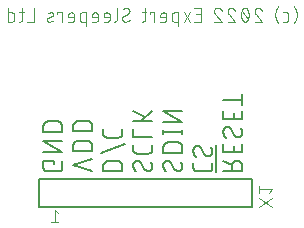
<source format=gbr>
G04 EAGLE Gerber RS-274X export*
G75*
%MOMM*%
%FSLAX34Y34*%
%LPD*%
%INSilkscreen Bottom*%
%IPPOS*%
%AMOC8*
5,1,8,0,0,1.08239X$1,22.5*%
G01*
%ADD10C,0.152400*%
%ADD11C,0.101600*%
%ADD12C,0.203200*%
%ADD13C,0.076200*%


D10*
X309118Y216662D02*
X292862Y222081D01*
X309118Y227499D01*
X309118Y233717D02*
X292862Y233717D01*
X309118Y233717D02*
X309118Y238233D01*
X309116Y238364D01*
X309110Y238496D01*
X309101Y238627D01*
X309087Y238757D01*
X309070Y238888D01*
X309049Y239017D01*
X309025Y239146D01*
X308996Y239274D01*
X308964Y239402D01*
X308928Y239528D01*
X308889Y239653D01*
X308846Y239778D01*
X308799Y239900D01*
X308749Y240022D01*
X308695Y240142D01*
X308638Y240260D01*
X308577Y240376D01*
X308513Y240491D01*
X308446Y240604D01*
X308375Y240715D01*
X308301Y240823D01*
X308224Y240930D01*
X308144Y241034D01*
X308061Y241136D01*
X307976Y241235D01*
X307887Y241332D01*
X307795Y241426D01*
X307701Y241518D01*
X307604Y241607D01*
X307505Y241692D01*
X307403Y241775D01*
X307299Y241855D01*
X307192Y241932D01*
X307084Y242006D01*
X306973Y242077D01*
X306860Y242144D01*
X306745Y242208D01*
X306629Y242269D01*
X306511Y242326D01*
X306391Y242380D01*
X306269Y242430D01*
X306147Y242477D01*
X306022Y242520D01*
X305897Y242559D01*
X305771Y242595D01*
X305643Y242627D01*
X305515Y242656D01*
X305386Y242680D01*
X305257Y242701D01*
X305126Y242718D01*
X304996Y242732D01*
X304865Y242741D01*
X304733Y242747D01*
X304602Y242749D01*
X297378Y242749D01*
X297247Y242747D01*
X297115Y242741D01*
X296984Y242732D01*
X296854Y242718D01*
X296723Y242701D01*
X296594Y242680D01*
X296465Y242656D01*
X296337Y242627D01*
X296209Y242595D01*
X296083Y242559D01*
X295958Y242520D01*
X295833Y242477D01*
X295711Y242430D01*
X295589Y242380D01*
X295469Y242326D01*
X295351Y242269D01*
X295235Y242208D01*
X295120Y242144D01*
X295007Y242077D01*
X294896Y242006D01*
X294788Y241932D01*
X294681Y241855D01*
X294577Y241775D01*
X294475Y241692D01*
X294376Y241607D01*
X294279Y241518D01*
X294185Y241426D01*
X294093Y241332D01*
X294004Y241235D01*
X293919Y241136D01*
X293836Y241034D01*
X293756Y240930D01*
X293679Y240823D01*
X293605Y240715D01*
X293534Y240604D01*
X293467Y240491D01*
X293403Y240376D01*
X293342Y240260D01*
X293285Y240142D01*
X293231Y240022D01*
X293181Y239900D01*
X293134Y239778D01*
X293091Y239653D01*
X293052Y239528D01*
X293016Y239402D01*
X292984Y239274D01*
X292955Y239146D01*
X292931Y239017D01*
X292910Y238888D01*
X292893Y238757D01*
X292879Y238627D01*
X292870Y238496D01*
X292864Y238364D01*
X292862Y238233D01*
X292862Y233717D01*
X292862Y250391D02*
X309118Y250391D01*
X309118Y254906D01*
X309116Y255037D01*
X309110Y255169D01*
X309101Y255300D01*
X309087Y255430D01*
X309070Y255561D01*
X309049Y255690D01*
X309025Y255819D01*
X308996Y255947D01*
X308964Y256075D01*
X308928Y256201D01*
X308889Y256326D01*
X308846Y256451D01*
X308799Y256573D01*
X308749Y256695D01*
X308695Y256815D01*
X308638Y256933D01*
X308577Y257049D01*
X308513Y257164D01*
X308446Y257277D01*
X308375Y257388D01*
X308301Y257496D01*
X308224Y257603D01*
X308144Y257707D01*
X308061Y257809D01*
X307976Y257908D01*
X307887Y258005D01*
X307795Y258099D01*
X307701Y258191D01*
X307604Y258280D01*
X307505Y258365D01*
X307403Y258448D01*
X307299Y258528D01*
X307192Y258605D01*
X307084Y258679D01*
X306973Y258750D01*
X306860Y258817D01*
X306745Y258881D01*
X306629Y258942D01*
X306511Y258999D01*
X306391Y259053D01*
X306269Y259103D01*
X306147Y259150D01*
X306022Y259193D01*
X305897Y259232D01*
X305771Y259268D01*
X305643Y259300D01*
X305515Y259329D01*
X305386Y259353D01*
X305257Y259374D01*
X305126Y259391D01*
X304996Y259405D01*
X304865Y259414D01*
X304733Y259420D01*
X304602Y259422D01*
X297378Y259422D01*
X297247Y259420D01*
X297115Y259414D01*
X296984Y259405D01*
X296854Y259391D01*
X296723Y259374D01*
X296594Y259353D01*
X296465Y259329D01*
X296337Y259300D01*
X296209Y259268D01*
X296083Y259232D01*
X295958Y259193D01*
X295833Y259150D01*
X295711Y259103D01*
X295589Y259053D01*
X295469Y258999D01*
X295351Y258942D01*
X295235Y258881D01*
X295120Y258817D01*
X295007Y258750D01*
X294896Y258679D01*
X294788Y258605D01*
X294681Y258528D01*
X294577Y258448D01*
X294475Y258365D01*
X294376Y258280D01*
X294279Y258191D01*
X294185Y258099D01*
X294093Y258005D01*
X294004Y257908D01*
X293919Y257809D01*
X293836Y257707D01*
X293756Y257603D01*
X293679Y257496D01*
X293605Y257388D01*
X293534Y257277D01*
X293467Y257164D01*
X293403Y257049D01*
X293342Y256933D01*
X293285Y256815D01*
X293231Y256695D01*
X293181Y256573D01*
X293134Y256451D01*
X293091Y256326D01*
X293052Y256201D01*
X293016Y256075D01*
X292984Y255947D01*
X292955Y255819D01*
X292931Y255690D01*
X292910Y255561D01*
X292893Y255430D01*
X292879Y255300D01*
X292870Y255169D01*
X292864Y255037D01*
X292862Y254906D01*
X292862Y250391D01*
X318262Y216662D02*
X334518Y216662D01*
X334518Y221178D01*
X334516Y221309D01*
X334510Y221441D01*
X334501Y221572D01*
X334487Y221702D01*
X334470Y221833D01*
X334449Y221962D01*
X334425Y222091D01*
X334396Y222219D01*
X334364Y222347D01*
X334328Y222473D01*
X334289Y222598D01*
X334246Y222723D01*
X334199Y222845D01*
X334149Y222967D01*
X334095Y223087D01*
X334038Y223205D01*
X333977Y223321D01*
X333913Y223436D01*
X333846Y223549D01*
X333775Y223660D01*
X333701Y223768D01*
X333624Y223875D01*
X333544Y223979D01*
X333461Y224081D01*
X333376Y224180D01*
X333287Y224277D01*
X333195Y224371D01*
X333101Y224463D01*
X333004Y224552D01*
X332905Y224637D01*
X332803Y224720D01*
X332699Y224800D01*
X332592Y224877D01*
X332484Y224951D01*
X332373Y225022D01*
X332260Y225089D01*
X332145Y225153D01*
X332029Y225214D01*
X331911Y225271D01*
X331791Y225325D01*
X331669Y225375D01*
X331547Y225422D01*
X331422Y225465D01*
X331297Y225504D01*
X331171Y225540D01*
X331043Y225572D01*
X330915Y225601D01*
X330786Y225625D01*
X330657Y225646D01*
X330526Y225663D01*
X330396Y225677D01*
X330265Y225686D01*
X330133Y225692D01*
X330002Y225694D01*
X330002Y225693D02*
X322778Y225693D01*
X322778Y225694D02*
X322647Y225692D01*
X322515Y225686D01*
X322384Y225677D01*
X322254Y225663D01*
X322123Y225646D01*
X321994Y225625D01*
X321865Y225601D01*
X321737Y225572D01*
X321609Y225540D01*
X321483Y225504D01*
X321358Y225465D01*
X321233Y225422D01*
X321111Y225375D01*
X320989Y225325D01*
X320869Y225271D01*
X320751Y225214D01*
X320635Y225153D01*
X320520Y225089D01*
X320407Y225022D01*
X320296Y224951D01*
X320188Y224877D01*
X320081Y224800D01*
X319977Y224720D01*
X319875Y224637D01*
X319776Y224552D01*
X319679Y224463D01*
X319585Y224371D01*
X319493Y224277D01*
X319404Y224180D01*
X319319Y224081D01*
X319236Y223979D01*
X319156Y223875D01*
X319079Y223768D01*
X319005Y223660D01*
X318934Y223549D01*
X318867Y223436D01*
X318803Y223321D01*
X318742Y223205D01*
X318685Y223087D01*
X318631Y222967D01*
X318581Y222845D01*
X318534Y222723D01*
X318491Y222598D01*
X318452Y222473D01*
X318416Y222347D01*
X318384Y222219D01*
X318355Y222091D01*
X318331Y221962D01*
X318310Y221833D01*
X318293Y221702D01*
X318279Y221572D01*
X318270Y221441D01*
X318264Y221309D01*
X318262Y221178D01*
X318262Y216662D01*
X316456Y232154D02*
X336324Y239379D01*
X318262Y248892D02*
X318262Y252505D01*
X318262Y248892D02*
X318264Y248774D01*
X318270Y248656D01*
X318279Y248538D01*
X318293Y248421D01*
X318310Y248304D01*
X318331Y248187D01*
X318356Y248072D01*
X318385Y247957D01*
X318418Y247843D01*
X318454Y247731D01*
X318494Y247620D01*
X318537Y247510D01*
X318584Y247401D01*
X318634Y247294D01*
X318689Y247189D01*
X318746Y247086D01*
X318807Y246985D01*
X318871Y246885D01*
X318938Y246788D01*
X319008Y246693D01*
X319082Y246601D01*
X319158Y246510D01*
X319238Y246423D01*
X319320Y246338D01*
X319405Y246256D01*
X319492Y246176D01*
X319583Y246100D01*
X319675Y246026D01*
X319770Y245956D01*
X319867Y245889D01*
X319967Y245825D01*
X320068Y245764D01*
X320171Y245707D01*
X320276Y245652D01*
X320383Y245602D01*
X320492Y245555D01*
X320602Y245512D01*
X320713Y245472D01*
X320825Y245436D01*
X320939Y245403D01*
X321054Y245374D01*
X321169Y245349D01*
X321286Y245328D01*
X321403Y245311D01*
X321520Y245297D01*
X321638Y245288D01*
X321756Y245282D01*
X321874Y245280D01*
X330906Y245280D01*
X331024Y245282D01*
X331142Y245288D01*
X331260Y245297D01*
X331377Y245311D01*
X331494Y245328D01*
X331611Y245349D01*
X331726Y245374D01*
X331841Y245403D01*
X331955Y245436D01*
X332067Y245472D01*
X332178Y245512D01*
X332288Y245555D01*
X332397Y245602D01*
X332504Y245652D01*
X332609Y245706D01*
X332712Y245764D01*
X332813Y245825D01*
X332913Y245889D01*
X333010Y245956D01*
X333105Y246026D01*
X333197Y246100D01*
X333288Y246176D01*
X333375Y246256D01*
X333460Y246338D01*
X333542Y246423D01*
X333622Y246510D01*
X333698Y246601D01*
X333772Y246693D01*
X333842Y246788D01*
X333909Y246885D01*
X333973Y246985D01*
X334034Y247086D01*
X334091Y247189D01*
X334145Y247294D01*
X334196Y247401D01*
X334243Y247510D01*
X334286Y247620D01*
X334326Y247731D01*
X334362Y247843D01*
X334395Y247957D01*
X334424Y248072D01*
X334449Y248187D01*
X334470Y248304D01*
X334487Y248421D01*
X334501Y248538D01*
X334510Y248656D01*
X334516Y248774D01*
X334518Y248892D01*
X334518Y252505D01*
X347274Y225693D02*
X347156Y225691D01*
X347038Y225685D01*
X346920Y225676D01*
X346803Y225662D01*
X346686Y225645D01*
X346569Y225624D01*
X346454Y225599D01*
X346339Y225570D01*
X346225Y225537D01*
X346113Y225501D01*
X346002Y225461D01*
X345892Y225418D01*
X345783Y225371D01*
X345676Y225321D01*
X345571Y225266D01*
X345468Y225209D01*
X345367Y225148D01*
X345267Y225084D01*
X345170Y225017D01*
X345075Y224947D01*
X344983Y224873D01*
X344892Y224797D01*
X344805Y224717D01*
X344720Y224635D01*
X344638Y224550D01*
X344558Y224463D01*
X344482Y224372D01*
X344408Y224280D01*
X344338Y224185D01*
X344271Y224088D01*
X344207Y223988D01*
X344146Y223887D01*
X344089Y223784D01*
X344034Y223679D01*
X343984Y223572D01*
X343937Y223463D01*
X343894Y223353D01*
X343854Y223242D01*
X343818Y223130D01*
X343785Y223016D01*
X343756Y222901D01*
X343731Y222786D01*
X343710Y222669D01*
X343693Y222552D01*
X343679Y222435D01*
X343670Y222317D01*
X343664Y222199D01*
X343662Y222081D01*
X343664Y221898D01*
X343671Y221716D01*
X343682Y221534D01*
X343697Y221352D01*
X343717Y221170D01*
X343740Y220989D01*
X343769Y220809D01*
X343801Y220629D01*
X343838Y220450D01*
X343879Y220273D01*
X343925Y220096D01*
X343974Y219920D01*
X344028Y219746D01*
X344086Y219572D01*
X344148Y219401D01*
X344214Y219231D01*
X344285Y219062D01*
X344359Y218895D01*
X344437Y218730D01*
X344519Y218567D01*
X344605Y218406D01*
X344695Y218247D01*
X344789Y218090D01*
X344886Y217936D01*
X344987Y217784D01*
X345092Y217634D01*
X345200Y217487D01*
X345311Y217343D01*
X345426Y217201D01*
X345545Y217062D01*
X345667Y216926D01*
X345792Y216793D01*
X345920Y216663D01*
X356306Y217114D02*
X356424Y217116D01*
X356542Y217122D01*
X356660Y217131D01*
X356777Y217145D01*
X356894Y217162D01*
X357011Y217183D01*
X357126Y217208D01*
X357241Y217237D01*
X357355Y217270D01*
X357467Y217306D01*
X357578Y217346D01*
X357688Y217389D01*
X357797Y217436D01*
X357904Y217486D01*
X358009Y217541D01*
X358112Y217598D01*
X358213Y217659D01*
X358313Y217723D01*
X358410Y217790D01*
X358505Y217860D01*
X358597Y217934D01*
X358688Y218010D01*
X358775Y218090D01*
X358860Y218172D01*
X358942Y218257D01*
X359022Y218344D01*
X359098Y218435D01*
X359172Y218527D01*
X359242Y218622D01*
X359309Y218719D01*
X359373Y218819D01*
X359434Y218920D01*
X359492Y219023D01*
X359546Y219128D01*
X359596Y219235D01*
X359643Y219344D01*
X359687Y219454D01*
X359726Y219565D01*
X359762Y219678D01*
X359795Y219791D01*
X359824Y219906D01*
X359849Y220021D01*
X359870Y220138D01*
X359887Y220255D01*
X359901Y220372D01*
X359910Y220490D01*
X359916Y220608D01*
X359918Y220726D01*
X359916Y220887D01*
X359910Y221049D01*
X359901Y221210D01*
X359887Y221371D01*
X359870Y221531D01*
X359849Y221691D01*
X359824Y221851D01*
X359795Y222010D01*
X359763Y222168D01*
X359727Y222325D01*
X359687Y222481D01*
X359643Y222637D01*
X359595Y222791D01*
X359544Y222944D01*
X359490Y223096D01*
X359431Y223247D01*
X359370Y223396D01*
X359304Y223543D01*
X359235Y223689D01*
X359163Y223834D01*
X359087Y223976D01*
X359008Y224117D01*
X358926Y224256D01*
X358840Y224392D01*
X358751Y224527D01*
X358659Y224660D01*
X358563Y224790D01*
X353145Y218919D02*
X353207Y218818D01*
X353272Y218718D01*
X353341Y218621D01*
X353413Y218526D01*
X353487Y218433D01*
X353565Y218343D01*
X353646Y218255D01*
X353729Y218170D01*
X353815Y218088D01*
X353904Y218009D01*
X353995Y217932D01*
X354089Y217859D01*
X354185Y217788D01*
X354283Y217721D01*
X354383Y217657D01*
X354486Y217596D01*
X354590Y217539D01*
X354696Y217485D01*
X354804Y217435D01*
X354913Y217388D01*
X355024Y217344D01*
X355136Y217304D01*
X355250Y217268D01*
X355364Y217236D01*
X355480Y217207D01*
X355596Y217182D01*
X355713Y217161D01*
X355831Y217144D01*
X355949Y217130D01*
X356068Y217121D01*
X356187Y217115D01*
X356306Y217113D01*
X350435Y223887D02*
X350373Y223988D01*
X350308Y224088D01*
X350239Y224185D01*
X350167Y224280D01*
X350093Y224373D01*
X350015Y224463D01*
X349934Y224551D01*
X349851Y224636D01*
X349765Y224718D01*
X349676Y224797D01*
X349585Y224874D01*
X349491Y224947D01*
X349395Y225018D01*
X349297Y225085D01*
X349197Y225149D01*
X349094Y225210D01*
X348990Y225267D01*
X348884Y225321D01*
X348776Y225371D01*
X348667Y225418D01*
X348556Y225462D01*
X348444Y225502D01*
X348330Y225538D01*
X348216Y225570D01*
X348100Y225599D01*
X347984Y225624D01*
X347867Y225645D01*
X347749Y225662D01*
X347631Y225676D01*
X347512Y225685D01*
X347393Y225691D01*
X347274Y225693D01*
X350435Y223887D02*
X353145Y218920D01*
X343662Y235345D02*
X343662Y238958D01*
X343662Y235345D02*
X343664Y235227D01*
X343670Y235109D01*
X343679Y234991D01*
X343693Y234874D01*
X343710Y234757D01*
X343731Y234640D01*
X343756Y234525D01*
X343785Y234410D01*
X343818Y234296D01*
X343854Y234184D01*
X343894Y234073D01*
X343937Y233963D01*
X343984Y233854D01*
X344034Y233747D01*
X344089Y233642D01*
X344146Y233539D01*
X344207Y233438D01*
X344271Y233338D01*
X344338Y233241D01*
X344408Y233146D01*
X344482Y233054D01*
X344558Y232963D01*
X344638Y232876D01*
X344720Y232791D01*
X344805Y232709D01*
X344892Y232629D01*
X344983Y232553D01*
X345075Y232479D01*
X345170Y232409D01*
X345267Y232342D01*
X345367Y232278D01*
X345468Y232217D01*
X345571Y232160D01*
X345676Y232105D01*
X345783Y232055D01*
X345892Y232008D01*
X346002Y231965D01*
X346113Y231925D01*
X346225Y231889D01*
X346339Y231856D01*
X346454Y231827D01*
X346569Y231802D01*
X346686Y231781D01*
X346803Y231764D01*
X346920Y231750D01*
X347038Y231741D01*
X347156Y231735D01*
X347274Y231733D01*
X356306Y231733D01*
X356424Y231735D01*
X356542Y231741D01*
X356660Y231750D01*
X356777Y231764D01*
X356894Y231781D01*
X357011Y231802D01*
X357126Y231827D01*
X357241Y231856D01*
X357355Y231889D01*
X357467Y231925D01*
X357578Y231965D01*
X357688Y232008D01*
X357797Y232055D01*
X357904Y232105D01*
X358009Y232159D01*
X358112Y232217D01*
X358213Y232278D01*
X358313Y232342D01*
X358410Y232409D01*
X358505Y232479D01*
X358597Y232553D01*
X358688Y232629D01*
X358775Y232709D01*
X358860Y232791D01*
X358942Y232876D01*
X359022Y232963D01*
X359098Y233054D01*
X359172Y233146D01*
X359242Y233241D01*
X359309Y233338D01*
X359373Y233438D01*
X359434Y233539D01*
X359491Y233642D01*
X359545Y233747D01*
X359596Y233854D01*
X359643Y233963D01*
X359686Y234073D01*
X359726Y234184D01*
X359762Y234296D01*
X359795Y234410D01*
X359824Y234525D01*
X359849Y234640D01*
X359870Y234757D01*
X359887Y234874D01*
X359901Y234991D01*
X359910Y235109D01*
X359916Y235227D01*
X359918Y235345D01*
X359918Y238958D01*
X359918Y245349D02*
X343662Y245349D01*
X343662Y252574D01*
X343662Y259077D02*
X359918Y259077D01*
X359918Y268108D02*
X349984Y259077D01*
X353596Y262690D02*
X343662Y268108D01*
X372674Y225693D02*
X372556Y225691D01*
X372438Y225685D01*
X372320Y225676D01*
X372203Y225662D01*
X372086Y225645D01*
X371969Y225624D01*
X371854Y225599D01*
X371739Y225570D01*
X371625Y225537D01*
X371513Y225501D01*
X371402Y225461D01*
X371292Y225418D01*
X371183Y225371D01*
X371076Y225321D01*
X370971Y225266D01*
X370868Y225209D01*
X370767Y225148D01*
X370667Y225084D01*
X370570Y225017D01*
X370475Y224947D01*
X370383Y224873D01*
X370292Y224797D01*
X370205Y224717D01*
X370120Y224635D01*
X370038Y224550D01*
X369958Y224463D01*
X369882Y224372D01*
X369808Y224280D01*
X369738Y224185D01*
X369671Y224088D01*
X369607Y223988D01*
X369546Y223887D01*
X369489Y223784D01*
X369434Y223679D01*
X369384Y223572D01*
X369337Y223463D01*
X369294Y223353D01*
X369254Y223242D01*
X369218Y223130D01*
X369185Y223016D01*
X369156Y222901D01*
X369131Y222786D01*
X369110Y222669D01*
X369093Y222552D01*
X369079Y222435D01*
X369070Y222317D01*
X369064Y222199D01*
X369062Y222081D01*
X369064Y221898D01*
X369071Y221716D01*
X369082Y221534D01*
X369097Y221352D01*
X369117Y221170D01*
X369140Y220989D01*
X369169Y220809D01*
X369201Y220629D01*
X369238Y220450D01*
X369279Y220273D01*
X369325Y220096D01*
X369374Y219920D01*
X369428Y219746D01*
X369486Y219572D01*
X369548Y219401D01*
X369614Y219231D01*
X369685Y219062D01*
X369759Y218895D01*
X369837Y218730D01*
X369919Y218567D01*
X370005Y218406D01*
X370095Y218247D01*
X370189Y218090D01*
X370286Y217936D01*
X370387Y217784D01*
X370492Y217634D01*
X370600Y217487D01*
X370711Y217343D01*
X370826Y217201D01*
X370945Y217062D01*
X371067Y216926D01*
X371192Y216793D01*
X371320Y216663D01*
X381706Y217114D02*
X381824Y217116D01*
X381942Y217122D01*
X382060Y217131D01*
X382177Y217145D01*
X382294Y217162D01*
X382411Y217183D01*
X382526Y217208D01*
X382641Y217237D01*
X382755Y217270D01*
X382867Y217306D01*
X382978Y217346D01*
X383088Y217389D01*
X383197Y217436D01*
X383304Y217486D01*
X383409Y217541D01*
X383512Y217598D01*
X383613Y217659D01*
X383713Y217723D01*
X383810Y217790D01*
X383905Y217860D01*
X383997Y217934D01*
X384088Y218010D01*
X384175Y218090D01*
X384260Y218172D01*
X384342Y218257D01*
X384422Y218344D01*
X384498Y218435D01*
X384572Y218527D01*
X384642Y218622D01*
X384709Y218719D01*
X384773Y218819D01*
X384834Y218920D01*
X384892Y219023D01*
X384946Y219128D01*
X384996Y219235D01*
X385043Y219344D01*
X385087Y219454D01*
X385126Y219565D01*
X385162Y219678D01*
X385195Y219791D01*
X385224Y219906D01*
X385249Y220021D01*
X385270Y220138D01*
X385287Y220255D01*
X385301Y220372D01*
X385310Y220490D01*
X385316Y220608D01*
X385318Y220726D01*
X385316Y220887D01*
X385310Y221049D01*
X385301Y221210D01*
X385287Y221371D01*
X385270Y221531D01*
X385249Y221691D01*
X385224Y221851D01*
X385195Y222010D01*
X385163Y222168D01*
X385127Y222325D01*
X385087Y222481D01*
X385043Y222637D01*
X384995Y222791D01*
X384944Y222944D01*
X384890Y223096D01*
X384831Y223247D01*
X384770Y223396D01*
X384704Y223543D01*
X384635Y223689D01*
X384563Y223834D01*
X384487Y223976D01*
X384408Y224117D01*
X384326Y224256D01*
X384240Y224392D01*
X384151Y224527D01*
X384059Y224660D01*
X383963Y224790D01*
X378545Y218919D02*
X378607Y218818D01*
X378672Y218718D01*
X378741Y218621D01*
X378813Y218526D01*
X378887Y218433D01*
X378965Y218343D01*
X379046Y218255D01*
X379129Y218170D01*
X379215Y218088D01*
X379304Y218009D01*
X379395Y217932D01*
X379489Y217859D01*
X379585Y217788D01*
X379683Y217721D01*
X379783Y217657D01*
X379886Y217596D01*
X379990Y217539D01*
X380096Y217485D01*
X380204Y217435D01*
X380313Y217388D01*
X380424Y217344D01*
X380536Y217304D01*
X380650Y217268D01*
X380764Y217236D01*
X380880Y217207D01*
X380996Y217182D01*
X381113Y217161D01*
X381231Y217144D01*
X381349Y217130D01*
X381468Y217121D01*
X381587Y217115D01*
X381706Y217113D01*
X375835Y223887D02*
X375773Y223988D01*
X375708Y224088D01*
X375639Y224185D01*
X375567Y224280D01*
X375493Y224373D01*
X375415Y224463D01*
X375334Y224551D01*
X375251Y224636D01*
X375165Y224718D01*
X375076Y224797D01*
X374985Y224874D01*
X374891Y224947D01*
X374795Y225018D01*
X374697Y225085D01*
X374597Y225149D01*
X374494Y225210D01*
X374390Y225267D01*
X374284Y225321D01*
X374176Y225371D01*
X374067Y225418D01*
X373956Y225462D01*
X373844Y225502D01*
X373730Y225538D01*
X373616Y225570D01*
X373500Y225599D01*
X373384Y225624D01*
X373267Y225645D01*
X373149Y225662D01*
X373031Y225676D01*
X372912Y225685D01*
X372793Y225691D01*
X372674Y225693D01*
X375835Y223887D02*
X378545Y218920D01*
X385318Y232293D02*
X369062Y232293D01*
X385318Y232293D02*
X385318Y236809D01*
X385316Y236940D01*
X385310Y237072D01*
X385301Y237203D01*
X385287Y237333D01*
X385270Y237464D01*
X385249Y237593D01*
X385225Y237722D01*
X385196Y237850D01*
X385164Y237978D01*
X385128Y238104D01*
X385089Y238229D01*
X385046Y238354D01*
X384999Y238476D01*
X384949Y238598D01*
X384895Y238718D01*
X384838Y238836D01*
X384777Y238952D01*
X384713Y239067D01*
X384646Y239180D01*
X384575Y239291D01*
X384501Y239399D01*
X384424Y239506D01*
X384344Y239610D01*
X384261Y239712D01*
X384176Y239811D01*
X384087Y239908D01*
X383995Y240002D01*
X383901Y240094D01*
X383804Y240183D01*
X383705Y240268D01*
X383603Y240351D01*
X383499Y240431D01*
X383392Y240508D01*
X383284Y240582D01*
X383173Y240653D01*
X383060Y240720D01*
X382945Y240784D01*
X382829Y240845D01*
X382711Y240902D01*
X382591Y240956D01*
X382469Y241006D01*
X382347Y241053D01*
X382222Y241096D01*
X382097Y241135D01*
X381971Y241171D01*
X381843Y241203D01*
X381715Y241232D01*
X381586Y241256D01*
X381457Y241277D01*
X381326Y241294D01*
X381196Y241308D01*
X381065Y241317D01*
X380933Y241323D01*
X380802Y241325D01*
X380802Y241324D02*
X373578Y241324D01*
X373578Y241325D02*
X373447Y241323D01*
X373315Y241317D01*
X373184Y241308D01*
X373054Y241294D01*
X372923Y241277D01*
X372794Y241256D01*
X372665Y241232D01*
X372537Y241203D01*
X372409Y241171D01*
X372283Y241135D01*
X372158Y241096D01*
X372033Y241053D01*
X371911Y241006D01*
X371789Y240956D01*
X371669Y240902D01*
X371551Y240845D01*
X371435Y240784D01*
X371320Y240720D01*
X371207Y240653D01*
X371096Y240582D01*
X370988Y240508D01*
X370881Y240431D01*
X370777Y240351D01*
X370675Y240268D01*
X370576Y240183D01*
X370479Y240094D01*
X370385Y240002D01*
X370293Y239908D01*
X370204Y239811D01*
X370119Y239712D01*
X370036Y239610D01*
X369956Y239506D01*
X369879Y239399D01*
X369805Y239291D01*
X369734Y239180D01*
X369667Y239067D01*
X369603Y238952D01*
X369542Y238836D01*
X369485Y238718D01*
X369431Y238598D01*
X369381Y238476D01*
X369334Y238354D01*
X369291Y238229D01*
X369252Y238104D01*
X369216Y237978D01*
X369184Y237850D01*
X369155Y237722D01*
X369131Y237593D01*
X369110Y237464D01*
X369093Y237333D01*
X369079Y237203D01*
X369070Y237072D01*
X369064Y236940D01*
X369062Y236809D01*
X369062Y232293D01*
X369062Y249835D02*
X385318Y249835D01*
X369062Y248029D02*
X369062Y251641D01*
X385318Y251641D02*
X385318Y248029D01*
X385318Y258345D02*
X369062Y258345D01*
X369062Y267376D02*
X385318Y258345D01*
X385318Y267376D02*
X369062Y267376D01*
X413766Y239000D02*
X413766Y215900D01*
X394462Y220274D02*
X394462Y223887D01*
X394462Y220274D02*
X394464Y220156D01*
X394470Y220038D01*
X394479Y219920D01*
X394493Y219803D01*
X394510Y219686D01*
X394531Y219569D01*
X394556Y219454D01*
X394585Y219339D01*
X394618Y219225D01*
X394654Y219113D01*
X394694Y219002D01*
X394737Y218892D01*
X394784Y218783D01*
X394834Y218676D01*
X394889Y218571D01*
X394946Y218468D01*
X395007Y218367D01*
X395071Y218267D01*
X395138Y218170D01*
X395208Y218075D01*
X395282Y217983D01*
X395358Y217892D01*
X395438Y217805D01*
X395520Y217720D01*
X395605Y217638D01*
X395692Y217558D01*
X395783Y217482D01*
X395875Y217408D01*
X395970Y217338D01*
X396067Y217271D01*
X396167Y217207D01*
X396268Y217146D01*
X396371Y217089D01*
X396476Y217034D01*
X396583Y216984D01*
X396692Y216937D01*
X396802Y216894D01*
X396913Y216854D01*
X397025Y216818D01*
X397139Y216785D01*
X397254Y216756D01*
X397369Y216731D01*
X397486Y216710D01*
X397603Y216693D01*
X397720Y216679D01*
X397838Y216670D01*
X397956Y216664D01*
X398074Y216662D01*
X407106Y216662D01*
X407224Y216664D01*
X407342Y216670D01*
X407460Y216679D01*
X407577Y216693D01*
X407694Y216710D01*
X407811Y216731D01*
X407926Y216756D01*
X408041Y216785D01*
X408155Y216818D01*
X408267Y216854D01*
X408378Y216894D01*
X408488Y216937D01*
X408597Y216984D01*
X408704Y217034D01*
X408809Y217088D01*
X408912Y217146D01*
X409013Y217207D01*
X409113Y217271D01*
X409210Y217338D01*
X409305Y217408D01*
X409397Y217482D01*
X409488Y217558D01*
X409575Y217638D01*
X409660Y217720D01*
X409742Y217805D01*
X409822Y217892D01*
X409898Y217983D01*
X409972Y218075D01*
X410042Y218170D01*
X410109Y218267D01*
X410173Y218367D01*
X410234Y218468D01*
X410291Y218571D01*
X410345Y218676D01*
X410396Y218783D01*
X410443Y218892D01*
X410486Y219002D01*
X410526Y219113D01*
X410562Y219225D01*
X410595Y219339D01*
X410624Y219454D01*
X410649Y219569D01*
X410670Y219686D01*
X410687Y219803D01*
X410701Y219920D01*
X410710Y220038D01*
X410716Y220156D01*
X410718Y220274D01*
X410718Y223887D01*
X398074Y238237D02*
X397956Y238235D01*
X397838Y238229D01*
X397720Y238220D01*
X397603Y238206D01*
X397486Y238189D01*
X397369Y238168D01*
X397254Y238143D01*
X397139Y238114D01*
X397025Y238081D01*
X396913Y238045D01*
X396802Y238005D01*
X396692Y237962D01*
X396583Y237915D01*
X396476Y237865D01*
X396371Y237810D01*
X396268Y237753D01*
X396167Y237692D01*
X396067Y237628D01*
X395970Y237561D01*
X395875Y237491D01*
X395783Y237417D01*
X395692Y237341D01*
X395605Y237261D01*
X395520Y237179D01*
X395438Y237094D01*
X395358Y237007D01*
X395282Y236916D01*
X395208Y236824D01*
X395138Y236729D01*
X395071Y236632D01*
X395007Y236532D01*
X394946Y236431D01*
X394889Y236328D01*
X394834Y236223D01*
X394784Y236116D01*
X394737Y236007D01*
X394694Y235897D01*
X394654Y235786D01*
X394618Y235674D01*
X394585Y235560D01*
X394556Y235445D01*
X394531Y235330D01*
X394510Y235213D01*
X394493Y235096D01*
X394479Y234979D01*
X394470Y234861D01*
X394464Y234743D01*
X394462Y234625D01*
X394464Y234442D01*
X394471Y234260D01*
X394482Y234078D01*
X394497Y233896D01*
X394517Y233714D01*
X394540Y233533D01*
X394569Y233353D01*
X394601Y233173D01*
X394638Y232994D01*
X394679Y232817D01*
X394725Y232640D01*
X394774Y232464D01*
X394828Y232290D01*
X394886Y232116D01*
X394948Y231945D01*
X395014Y231775D01*
X395085Y231606D01*
X395159Y231439D01*
X395237Y231274D01*
X395319Y231111D01*
X395405Y230950D01*
X395495Y230791D01*
X395589Y230634D01*
X395686Y230480D01*
X395787Y230328D01*
X395892Y230178D01*
X396000Y230031D01*
X396111Y229887D01*
X396226Y229745D01*
X396345Y229606D01*
X396467Y229470D01*
X396592Y229337D01*
X396720Y229207D01*
X407106Y229658D02*
X407224Y229660D01*
X407342Y229666D01*
X407460Y229675D01*
X407577Y229689D01*
X407694Y229706D01*
X407811Y229727D01*
X407926Y229752D01*
X408041Y229781D01*
X408155Y229814D01*
X408267Y229850D01*
X408378Y229890D01*
X408488Y229933D01*
X408597Y229980D01*
X408704Y230030D01*
X408809Y230085D01*
X408912Y230142D01*
X409013Y230203D01*
X409113Y230267D01*
X409210Y230334D01*
X409305Y230404D01*
X409397Y230478D01*
X409488Y230554D01*
X409575Y230634D01*
X409660Y230716D01*
X409742Y230801D01*
X409822Y230888D01*
X409898Y230979D01*
X409972Y231071D01*
X410042Y231166D01*
X410109Y231263D01*
X410173Y231363D01*
X410234Y231464D01*
X410292Y231567D01*
X410346Y231672D01*
X410396Y231779D01*
X410443Y231888D01*
X410487Y231998D01*
X410526Y232109D01*
X410562Y232222D01*
X410595Y232335D01*
X410624Y232450D01*
X410649Y232565D01*
X410670Y232682D01*
X410687Y232799D01*
X410701Y232916D01*
X410710Y233034D01*
X410716Y233152D01*
X410718Y233270D01*
X410716Y233431D01*
X410710Y233593D01*
X410701Y233754D01*
X410687Y233915D01*
X410670Y234075D01*
X410649Y234235D01*
X410624Y234395D01*
X410595Y234554D01*
X410563Y234712D01*
X410527Y234869D01*
X410487Y235025D01*
X410443Y235181D01*
X410395Y235335D01*
X410344Y235488D01*
X410290Y235640D01*
X410231Y235791D01*
X410170Y235940D01*
X410104Y236087D01*
X410035Y236233D01*
X409963Y236378D01*
X409887Y236520D01*
X409808Y236661D01*
X409726Y236800D01*
X409640Y236936D01*
X409551Y237071D01*
X409459Y237204D01*
X409363Y237334D01*
X403945Y231464D02*
X404007Y231363D01*
X404072Y231263D01*
X404141Y231166D01*
X404213Y231071D01*
X404287Y230978D01*
X404365Y230888D01*
X404446Y230800D01*
X404529Y230715D01*
X404615Y230633D01*
X404704Y230554D01*
X404795Y230477D01*
X404889Y230404D01*
X404985Y230333D01*
X405083Y230266D01*
X405183Y230202D01*
X405286Y230141D01*
X405390Y230084D01*
X405496Y230030D01*
X405604Y229980D01*
X405713Y229933D01*
X405824Y229889D01*
X405936Y229849D01*
X406050Y229813D01*
X406164Y229781D01*
X406280Y229752D01*
X406396Y229727D01*
X406513Y229706D01*
X406631Y229689D01*
X406749Y229675D01*
X406868Y229666D01*
X406987Y229660D01*
X407106Y229658D01*
X401235Y236432D02*
X401173Y236533D01*
X401108Y236633D01*
X401039Y236730D01*
X400967Y236825D01*
X400893Y236918D01*
X400815Y237008D01*
X400734Y237096D01*
X400651Y237181D01*
X400565Y237263D01*
X400476Y237342D01*
X400385Y237419D01*
X400291Y237492D01*
X400195Y237563D01*
X400097Y237630D01*
X399997Y237694D01*
X399894Y237755D01*
X399790Y237812D01*
X399684Y237866D01*
X399576Y237916D01*
X399467Y237963D01*
X399356Y238007D01*
X399244Y238047D01*
X399130Y238083D01*
X399016Y238115D01*
X398900Y238144D01*
X398784Y238169D01*
X398667Y238190D01*
X398549Y238207D01*
X398431Y238221D01*
X398312Y238230D01*
X398193Y238236D01*
X398074Y238238D01*
X401235Y236431D02*
X403945Y231464D01*
X419862Y216662D02*
X436118Y216662D01*
X436118Y221178D01*
X436116Y221311D01*
X436110Y221443D01*
X436100Y221575D01*
X436087Y221707D01*
X436069Y221839D01*
X436048Y221969D01*
X436023Y222100D01*
X435994Y222229D01*
X435961Y222357D01*
X435925Y222485D01*
X435885Y222611D01*
X435841Y222736D01*
X435793Y222860D01*
X435742Y222982D01*
X435687Y223103D01*
X435629Y223222D01*
X435567Y223340D01*
X435502Y223455D01*
X435433Y223569D01*
X435362Y223680D01*
X435286Y223789D01*
X435208Y223896D01*
X435127Y224001D01*
X435042Y224103D01*
X434955Y224203D01*
X434865Y224300D01*
X434772Y224395D01*
X434676Y224486D01*
X434578Y224575D01*
X434477Y224661D01*
X434373Y224744D01*
X434267Y224824D01*
X434159Y224900D01*
X434049Y224974D01*
X433936Y225044D01*
X433822Y225111D01*
X433705Y225174D01*
X433587Y225234D01*
X433467Y225291D01*
X433345Y225344D01*
X433222Y225393D01*
X433098Y225439D01*
X432972Y225481D01*
X432845Y225519D01*
X432717Y225554D01*
X432588Y225585D01*
X432459Y225612D01*
X432328Y225635D01*
X432197Y225655D01*
X432065Y225670D01*
X431933Y225682D01*
X431801Y225690D01*
X431668Y225694D01*
X431536Y225694D01*
X431403Y225690D01*
X431271Y225682D01*
X431139Y225670D01*
X431007Y225655D01*
X430876Y225635D01*
X430745Y225612D01*
X430616Y225585D01*
X430487Y225554D01*
X430359Y225519D01*
X430232Y225481D01*
X430106Y225439D01*
X429982Y225393D01*
X429859Y225344D01*
X429737Y225291D01*
X429617Y225234D01*
X429499Y225174D01*
X429382Y225111D01*
X429268Y225044D01*
X429155Y224974D01*
X429045Y224900D01*
X428937Y224824D01*
X428831Y224744D01*
X428727Y224661D01*
X428626Y224575D01*
X428528Y224486D01*
X428432Y224395D01*
X428339Y224300D01*
X428249Y224203D01*
X428162Y224103D01*
X428077Y224001D01*
X427996Y223896D01*
X427918Y223789D01*
X427842Y223680D01*
X427771Y223569D01*
X427702Y223455D01*
X427637Y223340D01*
X427575Y223222D01*
X427517Y223103D01*
X427462Y222982D01*
X427411Y222860D01*
X427363Y222736D01*
X427319Y222611D01*
X427279Y222485D01*
X427243Y222357D01*
X427210Y222229D01*
X427181Y222100D01*
X427156Y221969D01*
X427135Y221839D01*
X427117Y221707D01*
X427104Y221575D01*
X427094Y221443D01*
X427088Y221311D01*
X427086Y221178D01*
X427087Y221178D02*
X427087Y216662D01*
X427087Y222081D02*
X419862Y225693D01*
X419862Y232753D02*
X419862Y239977D01*
X419862Y232753D02*
X436118Y232753D01*
X436118Y239977D01*
X428893Y238171D02*
X428893Y232753D01*
X419862Y250646D02*
X419864Y250764D01*
X419870Y250882D01*
X419879Y251000D01*
X419893Y251117D01*
X419910Y251234D01*
X419931Y251351D01*
X419956Y251466D01*
X419985Y251581D01*
X420018Y251695D01*
X420054Y251807D01*
X420094Y251918D01*
X420137Y252028D01*
X420184Y252137D01*
X420234Y252244D01*
X420289Y252349D01*
X420346Y252452D01*
X420407Y252553D01*
X420471Y252653D01*
X420538Y252750D01*
X420608Y252845D01*
X420682Y252937D01*
X420758Y253028D01*
X420838Y253115D01*
X420920Y253200D01*
X421005Y253282D01*
X421092Y253362D01*
X421183Y253438D01*
X421275Y253512D01*
X421370Y253582D01*
X421467Y253649D01*
X421567Y253713D01*
X421668Y253774D01*
X421771Y253831D01*
X421876Y253886D01*
X421983Y253936D01*
X422092Y253983D01*
X422202Y254026D01*
X422313Y254066D01*
X422425Y254102D01*
X422539Y254135D01*
X422654Y254164D01*
X422769Y254189D01*
X422886Y254210D01*
X423003Y254227D01*
X423120Y254241D01*
X423238Y254250D01*
X423356Y254256D01*
X423474Y254258D01*
X419862Y250646D02*
X419864Y250463D01*
X419871Y250281D01*
X419882Y250099D01*
X419897Y249917D01*
X419917Y249735D01*
X419940Y249554D01*
X419969Y249374D01*
X420001Y249194D01*
X420038Y249015D01*
X420079Y248838D01*
X420125Y248661D01*
X420174Y248485D01*
X420228Y248311D01*
X420286Y248137D01*
X420348Y247966D01*
X420414Y247796D01*
X420485Y247627D01*
X420559Y247460D01*
X420637Y247295D01*
X420719Y247132D01*
X420805Y246971D01*
X420895Y246812D01*
X420989Y246655D01*
X421086Y246501D01*
X421187Y246349D01*
X421292Y246199D01*
X421400Y246052D01*
X421511Y245908D01*
X421626Y245766D01*
X421745Y245627D01*
X421867Y245491D01*
X421992Y245358D01*
X422120Y245228D01*
X432506Y245680D02*
X432624Y245682D01*
X432742Y245688D01*
X432860Y245697D01*
X432977Y245711D01*
X433094Y245728D01*
X433211Y245749D01*
X433326Y245774D01*
X433441Y245803D01*
X433555Y245836D01*
X433667Y245872D01*
X433778Y245912D01*
X433888Y245955D01*
X433997Y246002D01*
X434104Y246052D01*
X434209Y246107D01*
X434312Y246164D01*
X434413Y246225D01*
X434513Y246289D01*
X434610Y246356D01*
X434705Y246426D01*
X434797Y246500D01*
X434888Y246576D01*
X434975Y246656D01*
X435060Y246738D01*
X435142Y246823D01*
X435222Y246910D01*
X435298Y247001D01*
X435372Y247093D01*
X435442Y247188D01*
X435509Y247285D01*
X435573Y247385D01*
X435634Y247486D01*
X435692Y247589D01*
X435746Y247694D01*
X435796Y247801D01*
X435843Y247910D01*
X435887Y248020D01*
X435926Y248131D01*
X435962Y248244D01*
X435995Y248357D01*
X436024Y248472D01*
X436049Y248587D01*
X436070Y248704D01*
X436087Y248821D01*
X436101Y248938D01*
X436110Y249056D01*
X436116Y249174D01*
X436118Y249292D01*
X436116Y249453D01*
X436110Y249615D01*
X436101Y249776D01*
X436087Y249937D01*
X436070Y250097D01*
X436049Y250257D01*
X436024Y250417D01*
X435995Y250576D01*
X435963Y250734D01*
X435927Y250891D01*
X435887Y251047D01*
X435843Y251203D01*
X435795Y251357D01*
X435744Y251510D01*
X435690Y251662D01*
X435631Y251813D01*
X435570Y251962D01*
X435504Y252109D01*
X435435Y252255D01*
X435363Y252400D01*
X435287Y252542D01*
X435208Y252683D01*
X435126Y252822D01*
X435040Y252958D01*
X434951Y253093D01*
X434859Y253226D01*
X434763Y253356D01*
X429345Y247485D02*
X429407Y247384D01*
X429472Y247284D01*
X429541Y247187D01*
X429613Y247092D01*
X429687Y246999D01*
X429765Y246909D01*
X429846Y246821D01*
X429929Y246736D01*
X430015Y246654D01*
X430104Y246575D01*
X430195Y246498D01*
X430289Y246425D01*
X430385Y246354D01*
X430483Y246287D01*
X430583Y246223D01*
X430686Y246162D01*
X430790Y246105D01*
X430896Y246051D01*
X431004Y246001D01*
X431113Y245954D01*
X431224Y245910D01*
X431336Y245870D01*
X431450Y245834D01*
X431564Y245802D01*
X431680Y245773D01*
X431796Y245748D01*
X431913Y245727D01*
X432031Y245710D01*
X432149Y245696D01*
X432268Y245687D01*
X432387Y245681D01*
X432506Y245679D01*
X426635Y252453D02*
X426573Y252554D01*
X426508Y252654D01*
X426439Y252751D01*
X426367Y252846D01*
X426293Y252939D01*
X426215Y253029D01*
X426134Y253117D01*
X426051Y253202D01*
X425965Y253284D01*
X425876Y253363D01*
X425785Y253440D01*
X425691Y253513D01*
X425595Y253584D01*
X425497Y253651D01*
X425397Y253715D01*
X425294Y253776D01*
X425190Y253833D01*
X425084Y253887D01*
X424976Y253937D01*
X424867Y253984D01*
X424756Y254028D01*
X424644Y254068D01*
X424530Y254104D01*
X424416Y254136D01*
X424300Y254165D01*
X424184Y254190D01*
X424067Y254211D01*
X423949Y254228D01*
X423831Y254242D01*
X423712Y254251D01*
X423593Y254257D01*
X423474Y254259D01*
X426635Y252453D02*
X429345Y247485D01*
X419862Y260889D02*
X419862Y268114D01*
X419862Y260889D02*
X436118Y260889D01*
X436118Y268114D01*
X428893Y266307D02*
X428893Y260889D01*
X436118Y277358D02*
X419862Y277358D01*
X436118Y272843D02*
X436118Y281874D01*
X276493Y225693D02*
X276493Y222984D01*
X276493Y225693D02*
X267462Y225693D01*
X267462Y220274D01*
X267464Y220156D01*
X267470Y220038D01*
X267479Y219920D01*
X267493Y219803D01*
X267510Y219686D01*
X267531Y219569D01*
X267556Y219454D01*
X267585Y219339D01*
X267618Y219225D01*
X267654Y219113D01*
X267694Y219002D01*
X267737Y218892D01*
X267784Y218783D01*
X267834Y218676D01*
X267889Y218571D01*
X267946Y218468D01*
X268007Y218367D01*
X268071Y218267D01*
X268138Y218170D01*
X268208Y218075D01*
X268282Y217983D01*
X268358Y217892D01*
X268438Y217805D01*
X268520Y217720D01*
X268605Y217638D01*
X268692Y217558D01*
X268783Y217482D01*
X268875Y217408D01*
X268970Y217338D01*
X269067Y217271D01*
X269167Y217207D01*
X269268Y217146D01*
X269371Y217089D01*
X269476Y217034D01*
X269583Y216984D01*
X269692Y216937D01*
X269802Y216894D01*
X269913Y216854D01*
X270025Y216818D01*
X270139Y216785D01*
X270254Y216756D01*
X270369Y216731D01*
X270486Y216710D01*
X270603Y216693D01*
X270720Y216679D01*
X270838Y216670D01*
X270956Y216664D01*
X271074Y216662D01*
X280106Y216662D01*
X280224Y216664D01*
X280342Y216670D01*
X280460Y216679D01*
X280577Y216693D01*
X280694Y216710D01*
X280811Y216731D01*
X280926Y216756D01*
X281041Y216785D01*
X281155Y216818D01*
X281267Y216854D01*
X281378Y216894D01*
X281488Y216937D01*
X281597Y216984D01*
X281704Y217034D01*
X281809Y217088D01*
X281912Y217146D01*
X282013Y217207D01*
X282113Y217271D01*
X282210Y217338D01*
X282305Y217408D01*
X282397Y217482D01*
X282488Y217558D01*
X282575Y217638D01*
X282660Y217720D01*
X282742Y217805D01*
X282822Y217892D01*
X282898Y217983D01*
X282972Y218075D01*
X283042Y218170D01*
X283109Y218267D01*
X283173Y218367D01*
X283234Y218468D01*
X283291Y218571D01*
X283345Y218676D01*
X283396Y218783D01*
X283443Y218892D01*
X283486Y219002D01*
X283526Y219113D01*
X283562Y219225D01*
X283595Y219339D01*
X283624Y219454D01*
X283649Y219569D01*
X283670Y219686D01*
X283687Y219803D01*
X283701Y219920D01*
X283710Y220038D01*
X283716Y220156D01*
X283718Y220274D01*
X283718Y225693D01*
X283718Y233335D02*
X267462Y233335D01*
X267462Y242366D02*
X283718Y233335D01*
X283718Y242366D02*
X267462Y242366D01*
X267462Y250009D02*
X283718Y250009D01*
X283718Y254524D01*
X283716Y254655D01*
X283710Y254787D01*
X283701Y254918D01*
X283687Y255048D01*
X283670Y255179D01*
X283649Y255308D01*
X283625Y255437D01*
X283596Y255565D01*
X283564Y255693D01*
X283528Y255819D01*
X283489Y255944D01*
X283446Y256069D01*
X283399Y256191D01*
X283349Y256313D01*
X283295Y256433D01*
X283238Y256551D01*
X283177Y256667D01*
X283113Y256782D01*
X283046Y256895D01*
X282975Y257006D01*
X282901Y257114D01*
X282824Y257221D01*
X282744Y257325D01*
X282661Y257427D01*
X282576Y257526D01*
X282487Y257623D01*
X282395Y257717D01*
X282301Y257809D01*
X282204Y257898D01*
X282105Y257983D01*
X282003Y258066D01*
X281899Y258146D01*
X281792Y258223D01*
X281684Y258297D01*
X281573Y258368D01*
X281460Y258435D01*
X281345Y258499D01*
X281229Y258560D01*
X281111Y258617D01*
X280991Y258671D01*
X280869Y258721D01*
X280747Y258768D01*
X280622Y258811D01*
X280497Y258850D01*
X280371Y258886D01*
X280243Y258918D01*
X280115Y258947D01*
X279986Y258971D01*
X279857Y258992D01*
X279726Y259009D01*
X279596Y259023D01*
X279465Y259032D01*
X279333Y259038D01*
X279202Y259040D01*
X271978Y259040D01*
X271847Y259038D01*
X271715Y259032D01*
X271584Y259023D01*
X271454Y259009D01*
X271323Y258992D01*
X271194Y258971D01*
X271065Y258947D01*
X270937Y258918D01*
X270809Y258886D01*
X270683Y258850D01*
X270558Y258811D01*
X270433Y258768D01*
X270311Y258721D01*
X270189Y258671D01*
X270069Y258617D01*
X269951Y258560D01*
X269835Y258499D01*
X269720Y258435D01*
X269607Y258368D01*
X269496Y258297D01*
X269388Y258223D01*
X269281Y258146D01*
X269177Y258066D01*
X269075Y257983D01*
X268976Y257898D01*
X268879Y257809D01*
X268785Y257717D01*
X268693Y257623D01*
X268604Y257526D01*
X268519Y257427D01*
X268436Y257325D01*
X268356Y257221D01*
X268279Y257114D01*
X268205Y257006D01*
X268134Y256895D01*
X268067Y256782D01*
X268003Y256667D01*
X267942Y256551D01*
X267885Y256433D01*
X267831Y256313D01*
X267781Y256191D01*
X267734Y256069D01*
X267691Y255944D01*
X267652Y255819D01*
X267616Y255693D01*
X267584Y255565D01*
X267555Y255437D01*
X267531Y255308D01*
X267510Y255179D01*
X267493Y255048D01*
X267479Y254918D01*
X267470Y254787D01*
X267464Y254655D01*
X267462Y254524D01*
X267462Y250009D01*
D11*
X482092Y349250D02*
X482089Y349517D01*
X482079Y349785D01*
X482063Y350051D01*
X482041Y350318D01*
X482012Y350584D01*
X481976Y350849D01*
X481935Y351113D01*
X481887Y351376D01*
X481833Y351638D01*
X481772Y351898D01*
X481705Y352157D01*
X481632Y352414D01*
X481553Y352670D01*
X481468Y352923D01*
X481376Y353174D01*
X481279Y353423D01*
X481176Y353670D01*
X481066Y353914D01*
X480951Y354155D01*
X480830Y354394D01*
X480704Y354629D01*
X480572Y354862D01*
X480434Y355091D01*
X480291Y355316D01*
X480142Y355539D01*
X479988Y355757D01*
X479829Y355972D01*
X479665Y356183D01*
X479496Y356390D01*
X482092Y349250D02*
X482089Y348983D01*
X482079Y348715D01*
X482063Y348449D01*
X482041Y348182D01*
X482012Y347916D01*
X481976Y347651D01*
X481935Y347387D01*
X481887Y347124D01*
X481833Y346862D01*
X481772Y346602D01*
X481705Y346343D01*
X481632Y346086D01*
X481553Y345831D01*
X481468Y345577D01*
X481376Y345326D01*
X481279Y345077D01*
X481176Y344830D01*
X481066Y344586D01*
X480951Y344345D01*
X480830Y344106D01*
X480704Y343871D01*
X480572Y343638D01*
X480434Y343409D01*
X480291Y343184D01*
X480142Y342961D01*
X479988Y342743D01*
X479829Y342528D01*
X479665Y342317D01*
X479496Y342110D01*
X473077Y343408D02*
X470481Y343408D01*
X473077Y343408D02*
X473164Y343410D01*
X473252Y343416D01*
X473338Y343426D01*
X473425Y343439D01*
X473510Y343457D01*
X473595Y343478D01*
X473679Y343503D01*
X473761Y343532D01*
X473842Y343565D01*
X473922Y343601D01*
X474000Y343640D01*
X474076Y343684D01*
X474150Y343730D01*
X474221Y343780D01*
X474291Y343833D01*
X474358Y343889D01*
X474422Y343948D01*
X474484Y344010D01*
X474543Y344074D01*
X474599Y344141D01*
X474652Y344211D01*
X474702Y344282D01*
X474748Y344356D01*
X474792Y344432D01*
X474831Y344510D01*
X474867Y344590D01*
X474900Y344671D01*
X474929Y344753D01*
X474954Y344837D01*
X474975Y344922D01*
X474993Y345007D01*
X475006Y345094D01*
X475016Y345180D01*
X475022Y345268D01*
X475024Y345355D01*
X475024Y349250D01*
X475022Y349337D01*
X475016Y349425D01*
X475006Y349511D01*
X474993Y349598D01*
X474975Y349683D01*
X474954Y349768D01*
X474929Y349852D01*
X474900Y349934D01*
X474867Y350015D01*
X474831Y350095D01*
X474792Y350173D01*
X474748Y350249D01*
X474702Y350323D01*
X474652Y350394D01*
X474599Y350464D01*
X474543Y350531D01*
X474484Y350595D01*
X474422Y350657D01*
X474358Y350716D01*
X474291Y350772D01*
X474221Y350825D01*
X474150Y350875D01*
X474076Y350921D01*
X474000Y350965D01*
X473922Y351004D01*
X473842Y351040D01*
X473761Y351073D01*
X473679Y351102D01*
X473595Y351127D01*
X473510Y351148D01*
X473425Y351166D01*
X473338Y351179D01*
X473252Y351189D01*
X473164Y351195D01*
X473077Y351197D01*
X470481Y351197D01*
X463934Y349250D02*
X463937Y348983D01*
X463947Y348715D01*
X463963Y348449D01*
X463985Y348182D01*
X464014Y347916D01*
X464050Y347651D01*
X464091Y347387D01*
X464139Y347124D01*
X464193Y346862D01*
X464254Y346602D01*
X464321Y346343D01*
X464394Y346086D01*
X464473Y345831D01*
X464558Y345577D01*
X464650Y345326D01*
X464747Y345077D01*
X464850Y344830D01*
X464960Y344586D01*
X465075Y344345D01*
X465196Y344106D01*
X465322Y343871D01*
X465454Y343638D01*
X465592Y343409D01*
X465735Y343184D01*
X465884Y342961D01*
X466038Y342743D01*
X466197Y342528D01*
X466361Y342317D01*
X466530Y342110D01*
X463934Y349250D02*
X463937Y349517D01*
X463947Y349785D01*
X463963Y350051D01*
X463985Y350318D01*
X464014Y350584D01*
X464050Y350849D01*
X464091Y351113D01*
X464139Y351376D01*
X464193Y351638D01*
X464254Y351898D01*
X464321Y352157D01*
X464394Y352414D01*
X464473Y352670D01*
X464558Y352923D01*
X464650Y353174D01*
X464747Y353423D01*
X464850Y353670D01*
X464960Y353914D01*
X465075Y354155D01*
X465196Y354394D01*
X465322Y354629D01*
X465454Y354862D01*
X465592Y355091D01*
X465735Y355316D01*
X465884Y355539D01*
X466038Y355757D01*
X466197Y355972D01*
X466361Y356183D01*
X466530Y356390D01*
X449257Y355092D02*
X449150Y355090D01*
X449044Y355084D01*
X448938Y355074D01*
X448832Y355061D01*
X448726Y355043D01*
X448622Y355022D01*
X448518Y354997D01*
X448415Y354968D01*
X448314Y354936D01*
X448214Y354899D01*
X448115Y354859D01*
X448017Y354816D01*
X447921Y354769D01*
X447827Y354718D01*
X447735Y354664D01*
X447645Y354607D01*
X447557Y354547D01*
X447472Y354483D01*
X447389Y354416D01*
X447308Y354346D01*
X447230Y354274D01*
X447154Y354198D01*
X447082Y354120D01*
X447012Y354039D01*
X446945Y353956D01*
X446881Y353871D01*
X446821Y353783D01*
X446764Y353693D01*
X446710Y353601D01*
X446659Y353507D01*
X446612Y353411D01*
X446569Y353313D01*
X446529Y353214D01*
X446492Y353114D01*
X446460Y353013D01*
X446431Y352910D01*
X446406Y352806D01*
X446385Y352702D01*
X446367Y352596D01*
X446354Y352490D01*
X446344Y352384D01*
X446338Y352278D01*
X446336Y352171D01*
X449257Y355092D02*
X449378Y355090D01*
X449499Y355084D01*
X449619Y355074D01*
X449740Y355061D01*
X449859Y355043D01*
X449979Y355022D01*
X450097Y354997D01*
X450214Y354968D01*
X450331Y354935D01*
X450446Y354899D01*
X450560Y354858D01*
X450673Y354815D01*
X450785Y354767D01*
X450894Y354716D01*
X451002Y354661D01*
X451109Y354603D01*
X451213Y354542D01*
X451315Y354477D01*
X451415Y354409D01*
X451513Y354338D01*
X451609Y354264D01*
X451702Y354187D01*
X451792Y354106D01*
X451880Y354023D01*
X451965Y353937D01*
X452048Y353848D01*
X452127Y353757D01*
X452204Y353663D01*
X452277Y353567D01*
X452347Y353469D01*
X452414Y353368D01*
X452478Y353265D01*
X452539Y353160D01*
X452596Y353053D01*
X452649Y352945D01*
X452699Y352835D01*
X452745Y352723D01*
X452788Y352610D01*
X452827Y352495D01*
X447310Y349899D02*
X447231Y349977D01*
X447155Y350057D01*
X447082Y350140D01*
X447012Y350226D01*
X446945Y350313D01*
X446881Y350404D01*
X446821Y350496D01*
X446763Y350590D01*
X446709Y350687D01*
X446659Y350785D01*
X446612Y350885D01*
X446568Y350986D01*
X446528Y351089D01*
X446492Y351194D01*
X446460Y351299D01*
X446431Y351406D01*
X446406Y351513D01*
X446384Y351622D01*
X446367Y351731D01*
X446353Y351840D01*
X446344Y351950D01*
X446338Y352061D01*
X446336Y352171D01*
X447309Y349899D02*
X452827Y343408D01*
X446336Y343408D01*
X441397Y349250D02*
X441394Y349480D01*
X441386Y349710D01*
X441372Y349939D01*
X441353Y350168D01*
X441328Y350397D01*
X441298Y350625D01*
X441263Y350852D01*
X441222Y351078D01*
X441176Y351303D01*
X441124Y351527D01*
X441067Y351750D01*
X441005Y351971D01*
X440937Y352191D01*
X440864Y352409D01*
X440786Y352625D01*
X440703Y352839D01*
X440615Y353052D01*
X440522Y353262D01*
X440423Y353469D01*
X440390Y353559D01*
X440354Y353648D01*
X440314Y353736D01*
X440270Y353821D01*
X440223Y353905D01*
X440173Y353987D01*
X440119Y354067D01*
X440063Y354144D01*
X440003Y354220D01*
X439940Y354293D01*
X439875Y354363D01*
X439806Y354431D01*
X439735Y354495D01*
X439662Y354557D01*
X439586Y354616D01*
X439508Y354672D01*
X439427Y354725D01*
X439345Y354774D01*
X439261Y354820D01*
X439174Y354863D01*
X439087Y354902D01*
X438997Y354938D01*
X438907Y354970D01*
X438815Y354998D01*
X438722Y355023D01*
X438628Y355044D01*
X438534Y355061D01*
X438439Y355075D01*
X438343Y355084D01*
X438247Y355090D01*
X438151Y355092D01*
X438055Y355090D01*
X437959Y355084D01*
X437863Y355075D01*
X437768Y355061D01*
X437674Y355044D01*
X437580Y355023D01*
X437487Y354998D01*
X437395Y354970D01*
X437305Y354938D01*
X437215Y354902D01*
X437128Y354863D01*
X437041Y354820D01*
X436957Y354774D01*
X436875Y354725D01*
X436794Y354672D01*
X436716Y354616D01*
X436640Y354557D01*
X436567Y354495D01*
X436496Y354431D01*
X436427Y354363D01*
X436362Y354293D01*
X436299Y354220D01*
X436239Y354145D01*
X436183Y354067D01*
X436129Y353987D01*
X436079Y353905D01*
X436032Y353821D01*
X435989Y353736D01*
X435948Y353648D01*
X435912Y353559D01*
X435879Y353469D01*
X435880Y353469D02*
X435781Y353261D01*
X435688Y353051D01*
X435600Y352839D01*
X435517Y352625D01*
X435439Y352408D01*
X435366Y352190D01*
X435298Y351971D01*
X435236Y351749D01*
X435179Y351527D01*
X435127Y351303D01*
X435081Y351078D01*
X435040Y350852D01*
X435005Y350624D01*
X434975Y350397D01*
X434950Y350168D01*
X434931Y349939D01*
X434917Y349710D01*
X434909Y349480D01*
X434906Y349250D01*
X441397Y349250D02*
X441394Y349020D01*
X441386Y348790D01*
X441372Y348561D01*
X441353Y348332D01*
X441328Y348103D01*
X441298Y347875D01*
X441263Y347648D01*
X441222Y347422D01*
X441176Y347197D01*
X441124Y346973D01*
X441067Y346750D01*
X441005Y346529D01*
X440937Y346309D01*
X440864Y346091D01*
X440786Y345875D01*
X440703Y345661D01*
X440615Y345449D01*
X440522Y345238D01*
X440423Y345031D01*
X440390Y344941D01*
X440354Y344852D01*
X440313Y344764D01*
X440270Y344679D01*
X440223Y344595D01*
X440173Y344513D01*
X440119Y344433D01*
X440063Y344356D01*
X440003Y344280D01*
X439940Y344207D01*
X439875Y344137D01*
X439806Y344069D01*
X439735Y344005D01*
X439662Y343943D01*
X439586Y343884D01*
X439508Y343828D01*
X439427Y343775D01*
X439345Y343726D01*
X439261Y343680D01*
X439174Y343637D01*
X439087Y343598D01*
X438997Y343562D01*
X438907Y343530D01*
X438815Y343502D01*
X438722Y343477D01*
X438628Y343456D01*
X438534Y343439D01*
X438439Y343425D01*
X438343Y343416D01*
X438247Y343410D01*
X438151Y343408D01*
X435880Y345031D02*
X435781Y345238D01*
X435688Y345449D01*
X435600Y345661D01*
X435517Y345875D01*
X435439Y346091D01*
X435366Y346309D01*
X435298Y346529D01*
X435236Y346750D01*
X435179Y346973D01*
X435127Y347197D01*
X435081Y347422D01*
X435040Y347648D01*
X435005Y347875D01*
X434975Y348103D01*
X434950Y348332D01*
X434931Y348561D01*
X434917Y348790D01*
X434909Y349020D01*
X434906Y349250D01*
X435879Y345031D02*
X435912Y344941D01*
X435948Y344852D01*
X435989Y344764D01*
X436032Y344679D01*
X436079Y344595D01*
X436129Y344513D01*
X436183Y344433D01*
X436239Y344355D01*
X436299Y344280D01*
X436362Y344207D01*
X436427Y344137D01*
X436496Y344069D01*
X436567Y344005D01*
X436640Y343943D01*
X436716Y343884D01*
X436794Y343828D01*
X436875Y343775D01*
X436957Y343726D01*
X437041Y343680D01*
X437128Y343637D01*
X437215Y343598D01*
X437305Y343562D01*
X437395Y343530D01*
X437487Y343502D01*
X437580Y343477D01*
X437674Y343456D01*
X437768Y343439D01*
X437863Y343425D01*
X437959Y343416D01*
X438055Y343410D01*
X438151Y343408D01*
X440748Y346004D02*
X435555Y352496D01*
X426397Y355092D02*
X426290Y355090D01*
X426184Y355084D01*
X426078Y355074D01*
X425972Y355061D01*
X425866Y355043D01*
X425762Y355022D01*
X425658Y354997D01*
X425555Y354968D01*
X425454Y354936D01*
X425354Y354899D01*
X425255Y354859D01*
X425157Y354816D01*
X425061Y354769D01*
X424967Y354718D01*
X424875Y354664D01*
X424785Y354607D01*
X424697Y354547D01*
X424612Y354483D01*
X424529Y354416D01*
X424448Y354346D01*
X424370Y354274D01*
X424294Y354198D01*
X424222Y354120D01*
X424152Y354039D01*
X424085Y353956D01*
X424021Y353871D01*
X423961Y353783D01*
X423904Y353693D01*
X423850Y353601D01*
X423799Y353507D01*
X423752Y353411D01*
X423709Y353313D01*
X423669Y353214D01*
X423632Y353114D01*
X423600Y353013D01*
X423571Y352910D01*
X423546Y352806D01*
X423525Y352702D01*
X423507Y352596D01*
X423494Y352490D01*
X423484Y352384D01*
X423478Y352278D01*
X423476Y352171D01*
X426397Y355092D02*
X426518Y355090D01*
X426639Y355084D01*
X426759Y355074D01*
X426880Y355061D01*
X426999Y355043D01*
X427119Y355022D01*
X427237Y354997D01*
X427354Y354968D01*
X427471Y354935D01*
X427586Y354899D01*
X427700Y354858D01*
X427813Y354815D01*
X427925Y354767D01*
X428034Y354716D01*
X428142Y354661D01*
X428249Y354603D01*
X428353Y354542D01*
X428455Y354477D01*
X428555Y354409D01*
X428653Y354338D01*
X428749Y354264D01*
X428842Y354187D01*
X428932Y354106D01*
X429020Y354023D01*
X429105Y353937D01*
X429188Y353848D01*
X429267Y353757D01*
X429344Y353663D01*
X429417Y353567D01*
X429487Y353469D01*
X429554Y353368D01*
X429618Y353265D01*
X429679Y353160D01*
X429736Y353053D01*
X429789Y352945D01*
X429839Y352835D01*
X429885Y352723D01*
X429928Y352610D01*
X429967Y352495D01*
X424450Y349899D02*
X424371Y349977D01*
X424295Y350057D01*
X424222Y350140D01*
X424152Y350226D01*
X424085Y350313D01*
X424021Y350404D01*
X423961Y350496D01*
X423903Y350590D01*
X423849Y350687D01*
X423799Y350785D01*
X423752Y350885D01*
X423708Y350986D01*
X423668Y351089D01*
X423632Y351194D01*
X423600Y351299D01*
X423571Y351406D01*
X423546Y351513D01*
X423524Y351622D01*
X423507Y351731D01*
X423493Y351840D01*
X423484Y351950D01*
X423478Y352061D01*
X423476Y352171D01*
X424450Y349899D02*
X429967Y343408D01*
X423476Y343408D01*
X412046Y352171D02*
X412048Y352278D01*
X412054Y352384D01*
X412064Y352490D01*
X412077Y352596D01*
X412095Y352702D01*
X412116Y352806D01*
X412141Y352910D01*
X412170Y353013D01*
X412202Y353114D01*
X412239Y353214D01*
X412279Y353313D01*
X412322Y353411D01*
X412369Y353507D01*
X412420Y353601D01*
X412474Y353693D01*
X412531Y353783D01*
X412591Y353871D01*
X412655Y353956D01*
X412722Y354039D01*
X412792Y354120D01*
X412864Y354198D01*
X412940Y354274D01*
X413018Y354346D01*
X413099Y354416D01*
X413182Y354483D01*
X413267Y354547D01*
X413355Y354607D01*
X413445Y354664D01*
X413537Y354718D01*
X413631Y354769D01*
X413727Y354816D01*
X413825Y354859D01*
X413924Y354899D01*
X414024Y354936D01*
X414125Y354968D01*
X414228Y354997D01*
X414332Y355022D01*
X414436Y355043D01*
X414542Y355061D01*
X414648Y355074D01*
X414754Y355084D01*
X414860Y355090D01*
X414967Y355092D01*
X415088Y355090D01*
X415209Y355084D01*
X415329Y355074D01*
X415450Y355061D01*
X415569Y355043D01*
X415689Y355022D01*
X415807Y354997D01*
X415924Y354968D01*
X416041Y354935D01*
X416156Y354899D01*
X416270Y354858D01*
X416383Y354815D01*
X416495Y354767D01*
X416604Y354716D01*
X416712Y354661D01*
X416819Y354603D01*
X416923Y354542D01*
X417025Y354477D01*
X417125Y354409D01*
X417223Y354338D01*
X417319Y354264D01*
X417412Y354187D01*
X417502Y354106D01*
X417590Y354023D01*
X417675Y353937D01*
X417758Y353848D01*
X417837Y353757D01*
X417914Y353663D01*
X417987Y353567D01*
X418057Y353469D01*
X418124Y353368D01*
X418188Y353265D01*
X418249Y353160D01*
X418306Y353053D01*
X418359Y352945D01*
X418409Y352835D01*
X418455Y352723D01*
X418498Y352610D01*
X418537Y352495D01*
X413020Y349899D02*
X412941Y349977D01*
X412865Y350057D01*
X412792Y350140D01*
X412722Y350226D01*
X412655Y350313D01*
X412591Y350404D01*
X412531Y350496D01*
X412473Y350590D01*
X412419Y350687D01*
X412369Y350785D01*
X412322Y350885D01*
X412278Y350986D01*
X412238Y351089D01*
X412202Y351194D01*
X412170Y351299D01*
X412141Y351406D01*
X412116Y351513D01*
X412094Y351622D01*
X412077Y351731D01*
X412063Y351840D01*
X412054Y351950D01*
X412048Y352061D01*
X412046Y352171D01*
X413020Y349899D02*
X418537Y343408D01*
X412046Y343408D01*
X400607Y343408D02*
X395415Y343408D01*
X400607Y343408D02*
X400607Y355092D01*
X395415Y355092D01*
X396713Y349899D02*
X400607Y349899D01*
X391599Y343408D02*
X386406Y351197D01*
X391599Y351197D02*
X386406Y343408D01*
X381634Y339513D02*
X381634Y351197D01*
X378388Y351197D01*
X378301Y351195D01*
X378213Y351189D01*
X378127Y351179D01*
X378040Y351166D01*
X377955Y351148D01*
X377870Y351127D01*
X377786Y351102D01*
X377704Y351073D01*
X377623Y351040D01*
X377543Y351004D01*
X377465Y350965D01*
X377389Y350921D01*
X377315Y350875D01*
X377244Y350825D01*
X377174Y350772D01*
X377107Y350716D01*
X377043Y350657D01*
X376981Y350596D01*
X376922Y350531D01*
X376866Y350464D01*
X376813Y350394D01*
X376763Y350323D01*
X376717Y350249D01*
X376674Y350173D01*
X376634Y350095D01*
X376598Y350015D01*
X376565Y349934D01*
X376536Y349852D01*
X376511Y349768D01*
X376490Y349683D01*
X376472Y349598D01*
X376459Y349511D01*
X376449Y349425D01*
X376443Y349337D01*
X376441Y349250D01*
X376441Y345355D01*
X376443Y345268D01*
X376449Y345180D01*
X376459Y345094D01*
X376472Y345007D01*
X376490Y344922D01*
X376511Y344837D01*
X376536Y344753D01*
X376565Y344671D01*
X376598Y344590D01*
X376634Y344510D01*
X376673Y344432D01*
X376717Y344356D01*
X376763Y344282D01*
X376813Y344211D01*
X376866Y344141D01*
X376922Y344074D01*
X376981Y344009D01*
X377043Y343948D01*
X377107Y343889D01*
X377174Y343833D01*
X377244Y343780D01*
X377315Y343730D01*
X377389Y343684D01*
X377465Y343640D01*
X377543Y343601D01*
X377623Y343565D01*
X377704Y343532D01*
X377786Y343503D01*
X377870Y343478D01*
X377955Y343457D01*
X378040Y343439D01*
X378127Y343426D01*
X378214Y343416D01*
X378301Y343410D01*
X378388Y343408D01*
X381634Y343408D01*
X369840Y343408D02*
X366594Y343408D01*
X369840Y343408D02*
X369927Y343410D01*
X370015Y343416D01*
X370101Y343426D01*
X370188Y343439D01*
X370273Y343457D01*
X370358Y343478D01*
X370442Y343503D01*
X370524Y343532D01*
X370605Y343565D01*
X370685Y343601D01*
X370763Y343640D01*
X370839Y343684D01*
X370913Y343730D01*
X370984Y343780D01*
X371054Y343833D01*
X371121Y343889D01*
X371185Y343948D01*
X371247Y344010D01*
X371306Y344074D01*
X371362Y344141D01*
X371415Y344211D01*
X371465Y344282D01*
X371511Y344356D01*
X371555Y344432D01*
X371594Y344510D01*
X371630Y344590D01*
X371663Y344671D01*
X371692Y344753D01*
X371717Y344837D01*
X371738Y344922D01*
X371756Y345007D01*
X371769Y345094D01*
X371779Y345180D01*
X371785Y345268D01*
X371787Y345355D01*
X371787Y348601D01*
X371786Y348601D02*
X371784Y348702D01*
X371778Y348802D01*
X371768Y348902D01*
X371755Y349002D01*
X371737Y349101D01*
X371716Y349200D01*
X371691Y349297D01*
X371662Y349394D01*
X371629Y349489D01*
X371593Y349583D01*
X371553Y349675D01*
X371510Y349766D01*
X371463Y349855D01*
X371413Y349942D01*
X371359Y350028D01*
X371302Y350111D01*
X371242Y350191D01*
X371179Y350270D01*
X371112Y350346D01*
X371043Y350419D01*
X370971Y350489D01*
X370897Y350557D01*
X370820Y350622D01*
X370740Y350683D01*
X370658Y350742D01*
X370574Y350797D01*
X370488Y350849D01*
X370400Y350898D01*
X370310Y350943D01*
X370218Y350985D01*
X370125Y351023D01*
X370030Y351057D01*
X369935Y351088D01*
X369838Y351115D01*
X369740Y351138D01*
X369641Y351158D01*
X369541Y351173D01*
X369441Y351185D01*
X369341Y351193D01*
X369240Y351197D01*
X369140Y351197D01*
X369039Y351193D01*
X368939Y351185D01*
X368839Y351173D01*
X368739Y351158D01*
X368640Y351138D01*
X368542Y351115D01*
X368445Y351088D01*
X368350Y351057D01*
X368255Y351023D01*
X368162Y350985D01*
X368070Y350943D01*
X367980Y350898D01*
X367892Y350849D01*
X367806Y350797D01*
X367722Y350742D01*
X367640Y350683D01*
X367560Y350622D01*
X367483Y350557D01*
X367409Y350489D01*
X367337Y350419D01*
X367268Y350346D01*
X367201Y350270D01*
X367138Y350191D01*
X367078Y350111D01*
X367021Y350028D01*
X366967Y349942D01*
X366917Y349855D01*
X366870Y349766D01*
X366827Y349675D01*
X366787Y349583D01*
X366751Y349489D01*
X366718Y349394D01*
X366689Y349297D01*
X366664Y349200D01*
X366643Y349101D01*
X366625Y349002D01*
X366612Y348902D01*
X366602Y348802D01*
X366596Y348702D01*
X366594Y348601D01*
X366594Y347303D01*
X371787Y347303D01*
X361434Y343408D02*
X361434Y351197D01*
X357539Y351197D01*
X357539Y349899D01*
X354847Y351197D02*
X350953Y351197D01*
X353549Y355092D02*
X353549Y345355D01*
X353547Y345268D01*
X353541Y345180D01*
X353531Y345094D01*
X353518Y345007D01*
X353500Y344922D01*
X353479Y344837D01*
X353454Y344753D01*
X353425Y344671D01*
X353392Y344590D01*
X353356Y344510D01*
X353317Y344432D01*
X353273Y344356D01*
X353227Y344282D01*
X353177Y344211D01*
X353124Y344141D01*
X353068Y344074D01*
X353009Y344010D01*
X352947Y343948D01*
X352883Y343889D01*
X352816Y343833D01*
X352746Y343780D01*
X352675Y343730D01*
X352601Y343684D01*
X352525Y343640D01*
X352447Y343601D01*
X352367Y343565D01*
X352286Y343532D01*
X352204Y343503D01*
X352120Y343478D01*
X352035Y343457D01*
X351950Y343439D01*
X351863Y343426D01*
X351777Y343416D01*
X351689Y343410D01*
X351602Y343408D01*
X350953Y343408D01*
X336918Y343408D02*
X336819Y343410D01*
X336719Y343416D01*
X336620Y343425D01*
X336522Y343438D01*
X336424Y343455D01*
X336326Y343476D01*
X336230Y343501D01*
X336135Y343529D01*
X336041Y343561D01*
X335948Y343596D01*
X335856Y343635D01*
X335766Y343678D01*
X335678Y343723D01*
X335591Y343773D01*
X335507Y343825D01*
X335424Y343881D01*
X335344Y343939D01*
X335266Y344001D01*
X335191Y344066D01*
X335118Y344134D01*
X335048Y344204D01*
X334980Y344277D01*
X334915Y344352D01*
X334853Y344430D01*
X334795Y344510D01*
X334739Y344593D01*
X334687Y344677D01*
X334637Y344764D01*
X334592Y344852D01*
X334549Y344942D01*
X334510Y345034D01*
X334475Y345127D01*
X334443Y345221D01*
X334415Y345316D01*
X334390Y345412D01*
X334369Y345510D01*
X334352Y345608D01*
X334339Y345706D01*
X334330Y345805D01*
X334324Y345905D01*
X334322Y346004D01*
X336918Y343408D02*
X337062Y343410D01*
X337207Y343416D01*
X337351Y343425D01*
X337494Y343438D01*
X337638Y343455D01*
X337781Y343476D01*
X337923Y343501D01*
X338064Y343529D01*
X338205Y343561D01*
X338345Y343597D01*
X338484Y343636D01*
X338622Y343679D01*
X338758Y343726D01*
X338894Y343776D01*
X339028Y343830D01*
X339160Y343887D01*
X339291Y343948D01*
X339420Y344012D01*
X339548Y344080D01*
X339674Y344151D01*
X339798Y344225D01*
X339919Y344302D01*
X340039Y344383D01*
X340157Y344466D01*
X340272Y344553D01*
X340385Y344643D01*
X340496Y344736D01*
X340604Y344831D01*
X340710Y344930D01*
X340813Y345031D01*
X340488Y352496D02*
X340486Y352595D01*
X340480Y352695D01*
X340471Y352794D01*
X340458Y352892D01*
X340441Y352990D01*
X340420Y353088D01*
X340395Y353184D01*
X340367Y353279D01*
X340335Y353373D01*
X340300Y353466D01*
X340261Y353558D01*
X340218Y353648D01*
X340173Y353736D01*
X340123Y353823D01*
X340071Y353907D01*
X340015Y353990D01*
X339957Y354070D01*
X339895Y354148D01*
X339830Y354223D01*
X339762Y354296D01*
X339692Y354366D01*
X339619Y354434D01*
X339544Y354499D01*
X339466Y354561D01*
X339386Y354619D01*
X339303Y354675D01*
X339219Y354727D01*
X339132Y354777D01*
X339044Y354822D01*
X338954Y354865D01*
X338862Y354904D01*
X338769Y354939D01*
X338675Y354971D01*
X338580Y354999D01*
X338484Y355024D01*
X338386Y355045D01*
X338288Y355062D01*
X338190Y355075D01*
X338091Y355084D01*
X337991Y355090D01*
X337892Y355092D01*
X337756Y355090D01*
X337620Y355084D01*
X337484Y355075D01*
X337348Y355062D01*
X337213Y355044D01*
X337079Y355024D01*
X336945Y354999D01*
X336811Y354971D01*
X336679Y354938D01*
X336548Y354903D01*
X336417Y354863D01*
X336288Y354820D01*
X336160Y354774D01*
X336034Y354723D01*
X335908Y354670D01*
X335785Y354612D01*
X335663Y354552D01*
X335543Y354488D01*
X335424Y354420D01*
X335308Y354350D01*
X335194Y354276D01*
X335081Y354199D01*
X334971Y354118D01*
X339191Y350224D02*
X339277Y350277D01*
X339361Y350334D01*
X339443Y350393D01*
X339523Y350456D01*
X339600Y350522D01*
X339675Y350590D01*
X339747Y350662D01*
X339816Y350736D01*
X339882Y350813D01*
X339945Y350892D01*
X340005Y350974D01*
X340062Y351058D01*
X340116Y351144D01*
X340166Y351232D01*
X340213Y351322D01*
X340257Y351413D01*
X340296Y351507D01*
X340333Y351601D01*
X340365Y351697D01*
X340394Y351795D01*
X340419Y351893D01*
X340440Y351992D01*
X340458Y352092D01*
X340471Y352192D01*
X340481Y352293D01*
X340487Y352395D01*
X340489Y352496D01*
X335620Y348276D02*
X335534Y348223D01*
X335450Y348166D01*
X335368Y348107D01*
X335288Y348044D01*
X335211Y347978D01*
X335136Y347910D01*
X335064Y347838D01*
X334995Y347764D01*
X334929Y347687D01*
X334866Y347608D01*
X334806Y347526D01*
X334749Y347442D01*
X334695Y347356D01*
X334645Y347268D01*
X334598Y347178D01*
X334554Y347087D01*
X334515Y346993D01*
X334478Y346899D01*
X334446Y346803D01*
X334417Y346705D01*
X334392Y346607D01*
X334371Y346508D01*
X334353Y346408D01*
X334340Y346308D01*
X334330Y346207D01*
X334324Y346105D01*
X334322Y346004D01*
X335620Y348276D02*
X339190Y350224D01*
X329727Y355092D02*
X329727Y345355D01*
X329725Y345268D01*
X329719Y345180D01*
X329709Y345094D01*
X329696Y345007D01*
X329678Y344922D01*
X329657Y344837D01*
X329632Y344753D01*
X329603Y344671D01*
X329570Y344590D01*
X329534Y344510D01*
X329495Y344432D01*
X329451Y344356D01*
X329405Y344282D01*
X329355Y344211D01*
X329302Y344141D01*
X329246Y344074D01*
X329187Y344010D01*
X329125Y343948D01*
X329061Y343889D01*
X328994Y343833D01*
X328924Y343780D01*
X328853Y343730D01*
X328779Y343684D01*
X328703Y343640D01*
X328625Y343601D01*
X328545Y343565D01*
X328464Y343532D01*
X328382Y343503D01*
X328298Y343478D01*
X328213Y343457D01*
X328128Y343439D01*
X328041Y343426D01*
X327955Y343416D01*
X327867Y343410D01*
X327780Y343408D01*
X321834Y343408D02*
X318588Y343408D01*
X321834Y343408D02*
X321921Y343410D01*
X322009Y343416D01*
X322095Y343426D01*
X322182Y343439D01*
X322267Y343457D01*
X322352Y343478D01*
X322436Y343503D01*
X322518Y343532D01*
X322599Y343565D01*
X322679Y343601D01*
X322757Y343640D01*
X322833Y343684D01*
X322907Y343730D01*
X322978Y343780D01*
X323048Y343833D01*
X323115Y343889D01*
X323179Y343948D01*
X323241Y344010D01*
X323300Y344074D01*
X323356Y344141D01*
X323409Y344211D01*
X323459Y344282D01*
X323505Y344356D01*
X323549Y344432D01*
X323588Y344510D01*
X323624Y344590D01*
X323657Y344671D01*
X323686Y344753D01*
X323711Y344837D01*
X323732Y344922D01*
X323750Y345007D01*
X323763Y345094D01*
X323773Y345180D01*
X323779Y345268D01*
X323781Y345355D01*
X323781Y348601D01*
X323779Y348702D01*
X323773Y348802D01*
X323763Y348902D01*
X323750Y349002D01*
X323732Y349101D01*
X323711Y349200D01*
X323686Y349297D01*
X323657Y349394D01*
X323624Y349489D01*
X323588Y349583D01*
X323548Y349675D01*
X323505Y349766D01*
X323458Y349855D01*
X323408Y349942D01*
X323354Y350028D01*
X323297Y350111D01*
X323237Y350191D01*
X323174Y350270D01*
X323107Y350346D01*
X323038Y350419D01*
X322966Y350489D01*
X322892Y350557D01*
X322815Y350622D01*
X322735Y350683D01*
X322653Y350742D01*
X322569Y350797D01*
X322483Y350849D01*
X322395Y350898D01*
X322305Y350943D01*
X322213Y350985D01*
X322120Y351023D01*
X322025Y351057D01*
X321930Y351088D01*
X321833Y351115D01*
X321735Y351138D01*
X321636Y351158D01*
X321536Y351173D01*
X321436Y351185D01*
X321336Y351193D01*
X321235Y351197D01*
X321135Y351197D01*
X321034Y351193D01*
X320934Y351185D01*
X320834Y351173D01*
X320734Y351158D01*
X320635Y351138D01*
X320537Y351115D01*
X320440Y351088D01*
X320345Y351057D01*
X320250Y351023D01*
X320157Y350985D01*
X320065Y350943D01*
X319975Y350898D01*
X319887Y350849D01*
X319801Y350797D01*
X319717Y350742D01*
X319635Y350683D01*
X319555Y350622D01*
X319478Y350557D01*
X319404Y350489D01*
X319332Y350419D01*
X319263Y350346D01*
X319196Y350270D01*
X319133Y350191D01*
X319073Y350111D01*
X319016Y350028D01*
X318962Y349942D01*
X318912Y349855D01*
X318865Y349766D01*
X318822Y349675D01*
X318782Y349583D01*
X318746Y349489D01*
X318713Y349394D01*
X318684Y349297D01*
X318659Y349200D01*
X318638Y349101D01*
X318620Y349002D01*
X318607Y348902D01*
X318597Y348802D01*
X318591Y348702D01*
X318589Y348601D01*
X318588Y348601D02*
X318588Y347303D01*
X323781Y347303D01*
X311928Y343408D02*
X308682Y343408D01*
X311928Y343408D02*
X312015Y343410D01*
X312103Y343416D01*
X312189Y343426D01*
X312276Y343439D01*
X312361Y343457D01*
X312446Y343478D01*
X312530Y343503D01*
X312612Y343532D01*
X312693Y343565D01*
X312773Y343601D01*
X312851Y343640D01*
X312927Y343684D01*
X313001Y343730D01*
X313072Y343780D01*
X313142Y343833D01*
X313209Y343889D01*
X313273Y343948D01*
X313335Y344010D01*
X313394Y344074D01*
X313450Y344141D01*
X313503Y344211D01*
X313553Y344282D01*
X313599Y344356D01*
X313643Y344432D01*
X313682Y344510D01*
X313718Y344590D01*
X313751Y344671D01*
X313780Y344753D01*
X313805Y344837D01*
X313826Y344922D01*
X313844Y345007D01*
X313857Y345094D01*
X313867Y345180D01*
X313873Y345268D01*
X313875Y345355D01*
X313875Y348601D01*
X313873Y348702D01*
X313867Y348802D01*
X313857Y348902D01*
X313844Y349002D01*
X313826Y349101D01*
X313805Y349200D01*
X313780Y349297D01*
X313751Y349394D01*
X313718Y349489D01*
X313682Y349583D01*
X313642Y349675D01*
X313599Y349766D01*
X313552Y349855D01*
X313502Y349942D01*
X313448Y350028D01*
X313391Y350111D01*
X313331Y350191D01*
X313268Y350270D01*
X313201Y350346D01*
X313132Y350419D01*
X313060Y350489D01*
X312986Y350557D01*
X312909Y350622D01*
X312829Y350683D01*
X312747Y350742D01*
X312663Y350797D01*
X312577Y350849D01*
X312489Y350898D01*
X312399Y350943D01*
X312307Y350985D01*
X312214Y351023D01*
X312119Y351057D01*
X312024Y351088D01*
X311927Y351115D01*
X311829Y351138D01*
X311730Y351158D01*
X311630Y351173D01*
X311530Y351185D01*
X311430Y351193D01*
X311329Y351197D01*
X311229Y351197D01*
X311128Y351193D01*
X311028Y351185D01*
X310928Y351173D01*
X310828Y351158D01*
X310729Y351138D01*
X310631Y351115D01*
X310534Y351088D01*
X310439Y351057D01*
X310344Y351023D01*
X310251Y350985D01*
X310159Y350943D01*
X310069Y350898D01*
X309981Y350849D01*
X309895Y350797D01*
X309811Y350742D01*
X309729Y350683D01*
X309649Y350622D01*
X309572Y350557D01*
X309498Y350489D01*
X309426Y350419D01*
X309357Y350346D01*
X309290Y350270D01*
X309227Y350191D01*
X309167Y350111D01*
X309110Y350028D01*
X309056Y349942D01*
X309006Y349855D01*
X308959Y349766D01*
X308916Y349675D01*
X308876Y349583D01*
X308840Y349489D01*
X308807Y349394D01*
X308778Y349297D01*
X308753Y349200D01*
X308732Y349101D01*
X308714Y349002D01*
X308701Y348902D01*
X308691Y348802D01*
X308685Y348702D01*
X308683Y348601D01*
X308682Y348601D02*
X308682Y347303D01*
X313875Y347303D01*
X303529Y351197D02*
X303529Y339513D01*
X303529Y351197D02*
X300284Y351197D01*
X300197Y351195D01*
X300109Y351189D01*
X300023Y351179D01*
X299936Y351166D01*
X299851Y351148D01*
X299766Y351127D01*
X299682Y351102D01*
X299600Y351073D01*
X299519Y351040D01*
X299439Y351004D01*
X299361Y350965D01*
X299285Y350921D01*
X299211Y350875D01*
X299140Y350825D01*
X299070Y350772D01*
X299003Y350716D01*
X298939Y350657D01*
X298877Y350596D01*
X298818Y350531D01*
X298762Y350464D01*
X298709Y350394D01*
X298659Y350323D01*
X298613Y350249D01*
X298570Y350173D01*
X298530Y350095D01*
X298494Y350015D01*
X298461Y349934D01*
X298432Y349852D01*
X298407Y349768D01*
X298386Y349683D01*
X298368Y349598D01*
X298355Y349511D01*
X298345Y349425D01*
X298339Y349337D01*
X298337Y349250D01*
X298336Y349250D02*
X298336Y345355D01*
X298337Y345355D02*
X298339Y345268D01*
X298345Y345180D01*
X298355Y345094D01*
X298368Y345007D01*
X298386Y344922D01*
X298407Y344837D01*
X298432Y344753D01*
X298461Y344671D01*
X298494Y344590D01*
X298530Y344510D01*
X298569Y344432D01*
X298613Y344356D01*
X298659Y344282D01*
X298709Y344211D01*
X298762Y344141D01*
X298818Y344074D01*
X298877Y344009D01*
X298939Y343948D01*
X299003Y343889D01*
X299070Y343833D01*
X299140Y343780D01*
X299211Y343730D01*
X299285Y343684D01*
X299361Y343640D01*
X299439Y343601D01*
X299519Y343565D01*
X299600Y343532D01*
X299682Y343503D01*
X299766Y343478D01*
X299851Y343457D01*
X299936Y343439D01*
X300023Y343426D01*
X300110Y343416D01*
X300197Y343410D01*
X300284Y343408D01*
X303529Y343408D01*
X291735Y343408D02*
X288489Y343408D01*
X291735Y343408D02*
X291822Y343410D01*
X291910Y343416D01*
X291996Y343426D01*
X292083Y343439D01*
X292168Y343457D01*
X292253Y343478D01*
X292337Y343503D01*
X292419Y343532D01*
X292500Y343565D01*
X292580Y343601D01*
X292658Y343640D01*
X292734Y343684D01*
X292808Y343730D01*
X292879Y343780D01*
X292949Y343833D01*
X293016Y343889D01*
X293080Y343948D01*
X293142Y344010D01*
X293201Y344074D01*
X293257Y344141D01*
X293310Y344211D01*
X293360Y344282D01*
X293406Y344356D01*
X293450Y344432D01*
X293489Y344510D01*
X293525Y344590D01*
X293558Y344671D01*
X293587Y344753D01*
X293612Y344837D01*
X293633Y344922D01*
X293651Y345007D01*
X293664Y345094D01*
X293674Y345180D01*
X293680Y345268D01*
X293682Y345355D01*
X293682Y348601D01*
X293680Y348702D01*
X293674Y348802D01*
X293664Y348902D01*
X293651Y349002D01*
X293633Y349101D01*
X293612Y349200D01*
X293587Y349297D01*
X293558Y349394D01*
X293525Y349489D01*
X293489Y349583D01*
X293449Y349675D01*
X293406Y349766D01*
X293359Y349855D01*
X293309Y349942D01*
X293255Y350028D01*
X293198Y350111D01*
X293138Y350191D01*
X293075Y350270D01*
X293008Y350346D01*
X292939Y350419D01*
X292867Y350489D01*
X292793Y350557D01*
X292716Y350622D01*
X292636Y350683D01*
X292554Y350742D01*
X292470Y350797D01*
X292384Y350849D01*
X292296Y350898D01*
X292206Y350943D01*
X292114Y350985D01*
X292021Y351023D01*
X291926Y351057D01*
X291831Y351088D01*
X291734Y351115D01*
X291636Y351138D01*
X291537Y351158D01*
X291437Y351173D01*
X291337Y351185D01*
X291237Y351193D01*
X291136Y351197D01*
X291036Y351197D01*
X290935Y351193D01*
X290835Y351185D01*
X290735Y351173D01*
X290635Y351158D01*
X290536Y351138D01*
X290438Y351115D01*
X290341Y351088D01*
X290246Y351057D01*
X290151Y351023D01*
X290058Y350985D01*
X289966Y350943D01*
X289876Y350898D01*
X289788Y350849D01*
X289702Y350797D01*
X289618Y350742D01*
X289536Y350683D01*
X289456Y350622D01*
X289379Y350557D01*
X289305Y350489D01*
X289233Y350419D01*
X289164Y350346D01*
X289097Y350270D01*
X289034Y350191D01*
X288974Y350111D01*
X288917Y350028D01*
X288863Y349942D01*
X288813Y349855D01*
X288766Y349766D01*
X288723Y349675D01*
X288683Y349583D01*
X288647Y349489D01*
X288614Y349394D01*
X288585Y349297D01*
X288560Y349200D01*
X288539Y349101D01*
X288521Y349002D01*
X288508Y348902D01*
X288498Y348802D01*
X288492Y348702D01*
X288490Y348601D01*
X288489Y348601D02*
X288489Y347303D01*
X293682Y347303D01*
X283329Y343408D02*
X283329Y351197D01*
X279434Y351197D01*
X279434Y349899D01*
X274801Y347952D02*
X271556Y346654D01*
X274801Y347951D02*
X274876Y347984D01*
X274950Y348020D01*
X275022Y348059D01*
X275092Y348102D01*
X275159Y348148D01*
X275225Y348198D01*
X275287Y348250D01*
X275348Y348306D01*
X275405Y348364D01*
X275460Y348425D01*
X275511Y348489D01*
X275559Y348555D01*
X275604Y348624D01*
X275646Y348694D01*
X275684Y348767D01*
X275719Y348841D01*
X275750Y348917D01*
X275777Y348994D01*
X275800Y349073D01*
X275820Y349152D01*
X275835Y349233D01*
X275847Y349314D01*
X275855Y349396D01*
X275859Y349477D01*
X275858Y349559D01*
X275854Y349641D01*
X275846Y349723D01*
X275834Y349804D01*
X275818Y349884D01*
X275798Y349964D01*
X275774Y350042D01*
X275746Y350119D01*
X275715Y350195D01*
X275680Y350269D01*
X275642Y350341D01*
X275600Y350412D01*
X275554Y350480D01*
X275506Y350546D01*
X275454Y350609D01*
X275399Y350670D01*
X275341Y350728D01*
X275281Y350784D01*
X275218Y350836D01*
X275152Y350885D01*
X275084Y350931D01*
X275014Y350973D01*
X274942Y351013D01*
X274868Y351048D01*
X274793Y351080D01*
X274716Y351108D01*
X274638Y351132D01*
X274558Y351153D01*
X274478Y351170D01*
X274397Y351182D01*
X274316Y351191D01*
X274234Y351196D01*
X274152Y351197D01*
X274153Y351197D02*
X273976Y351193D01*
X273799Y351184D01*
X273622Y351170D01*
X273445Y351153D01*
X273270Y351131D01*
X273094Y351106D01*
X272920Y351075D01*
X272746Y351041D01*
X272573Y351003D01*
X272401Y350960D01*
X272230Y350913D01*
X272060Y350863D01*
X271891Y350808D01*
X271724Y350749D01*
X271559Y350686D01*
X271394Y350619D01*
X271232Y350548D01*
X271556Y346654D02*
X271481Y346621D01*
X271407Y346585D01*
X271335Y346546D01*
X271265Y346503D01*
X271198Y346457D01*
X271132Y346407D01*
X271070Y346355D01*
X271009Y346299D01*
X270952Y346241D01*
X270897Y346180D01*
X270846Y346116D01*
X270798Y346050D01*
X270753Y345981D01*
X270711Y345911D01*
X270673Y345838D01*
X270638Y345764D01*
X270607Y345688D01*
X270580Y345611D01*
X270557Y345532D01*
X270537Y345453D01*
X270522Y345372D01*
X270510Y345291D01*
X270502Y345209D01*
X270498Y345128D01*
X270499Y345046D01*
X270503Y344964D01*
X270511Y344882D01*
X270523Y344801D01*
X270539Y344721D01*
X270559Y344641D01*
X270583Y344563D01*
X270611Y344486D01*
X270642Y344410D01*
X270677Y344336D01*
X270715Y344264D01*
X270757Y344193D01*
X270803Y344125D01*
X270851Y344059D01*
X270903Y343996D01*
X270958Y343935D01*
X271016Y343877D01*
X271076Y343821D01*
X271139Y343769D01*
X271205Y343720D01*
X271273Y343674D01*
X271343Y343632D01*
X271415Y343592D01*
X271489Y343557D01*
X271564Y343525D01*
X271641Y343497D01*
X271719Y343473D01*
X271799Y343452D01*
X271879Y343435D01*
X271960Y343423D01*
X272041Y343414D01*
X272123Y343409D01*
X272205Y343408D01*
X272465Y343415D01*
X272725Y343428D01*
X272985Y343447D01*
X273244Y343472D01*
X273503Y343504D01*
X273760Y343541D01*
X274017Y343585D01*
X274273Y343634D01*
X274527Y343690D01*
X274780Y343751D01*
X275031Y343819D01*
X275281Y343893D01*
X275529Y343972D01*
X275775Y344057D01*
X259257Y343408D02*
X259257Y355092D01*
X259257Y343408D02*
X254064Y343408D01*
X250834Y351197D02*
X246940Y351197D01*
X249536Y355092D02*
X249536Y345355D01*
X249534Y345268D01*
X249528Y345180D01*
X249518Y345094D01*
X249505Y345007D01*
X249487Y344922D01*
X249466Y344837D01*
X249441Y344753D01*
X249412Y344671D01*
X249379Y344590D01*
X249343Y344510D01*
X249304Y344432D01*
X249260Y344356D01*
X249214Y344282D01*
X249164Y344211D01*
X249111Y344141D01*
X249055Y344074D01*
X248996Y344010D01*
X248934Y343948D01*
X248870Y343889D01*
X248803Y343833D01*
X248733Y343780D01*
X248662Y343730D01*
X248588Y343684D01*
X248512Y343640D01*
X248434Y343601D01*
X248354Y343565D01*
X248273Y343532D01*
X248191Y343503D01*
X248107Y343478D01*
X248022Y343457D01*
X247937Y343439D01*
X247850Y343426D01*
X247764Y343416D01*
X247676Y343410D01*
X247589Y343408D01*
X246940Y343408D01*
X237494Y343408D02*
X237494Y355092D01*
X237494Y343408D02*
X240740Y343408D01*
X240827Y343410D01*
X240915Y343416D01*
X241001Y343426D01*
X241088Y343439D01*
X241173Y343457D01*
X241258Y343478D01*
X241342Y343503D01*
X241424Y343532D01*
X241505Y343565D01*
X241585Y343601D01*
X241663Y343640D01*
X241739Y343684D01*
X241813Y343730D01*
X241884Y343780D01*
X241954Y343833D01*
X242021Y343889D01*
X242085Y343948D01*
X242147Y344010D01*
X242206Y344074D01*
X242262Y344141D01*
X242315Y344211D01*
X242365Y344282D01*
X242411Y344356D01*
X242455Y344432D01*
X242494Y344510D01*
X242530Y344590D01*
X242563Y344671D01*
X242592Y344753D01*
X242617Y344837D01*
X242638Y344922D01*
X242656Y345007D01*
X242669Y345094D01*
X242679Y345180D01*
X242685Y345268D01*
X242687Y345355D01*
X242687Y349250D01*
X242685Y349337D01*
X242679Y349425D01*
X242669Y349511D01*
X242656Y349598D01*
X242638Y349683D01*
X242617Y349768D01*
X242592Y349852D01*
X242563Y349934D01*
X242530Y350015D01*
X242494Y350095D01*
X242455Y350173D01*
X242411Y350249D01*
X242365Y350323D01*
X242315Y350394D01*
X242262Y350464D01*
X242206Y350531D01*
X242147Y350595D01*
X242085Y350657D01*
X242021Y350716D01*
X241954Y350772D01*
X241884Y350825D01*
X241813Y350875D01*
X241739Y350921D01*
X241663Y350965D01*
X241585Y351004D01*
X241505Y351040D01*
X241424Y351073D01*
X241342Y351102D01*
X241258Y351127D01*
X241173Y351148D01*
X241088Y351166D01*
X241001Y351179D01*
X240915Y351189D01*
X240827Y351195D01*
X240740Y351197D01*
X237494Y351197D01*
D12*
X263810Y209800D02*
X444190Y209800D01*
X263810Y209800D02*
X263810Y186700D01*
X444190Y186700D01*
X444190Y209800D01*
D13*
X279999Y181614D02*
X277155Y183889D01*
X277155Y173651D01*
X279999Y173651D02*
X274311Y173651D01*
D11*
X449758Y186058D02*
X461442Y193847D01*
X461442Y186058D02*
X449758Y193847D01*
X458846Y198137D02*
X461442Y201383D01*
X449758Y201383D01*
X449758Y204628D02*
X449758Y198137D01*
M02*

</source>
